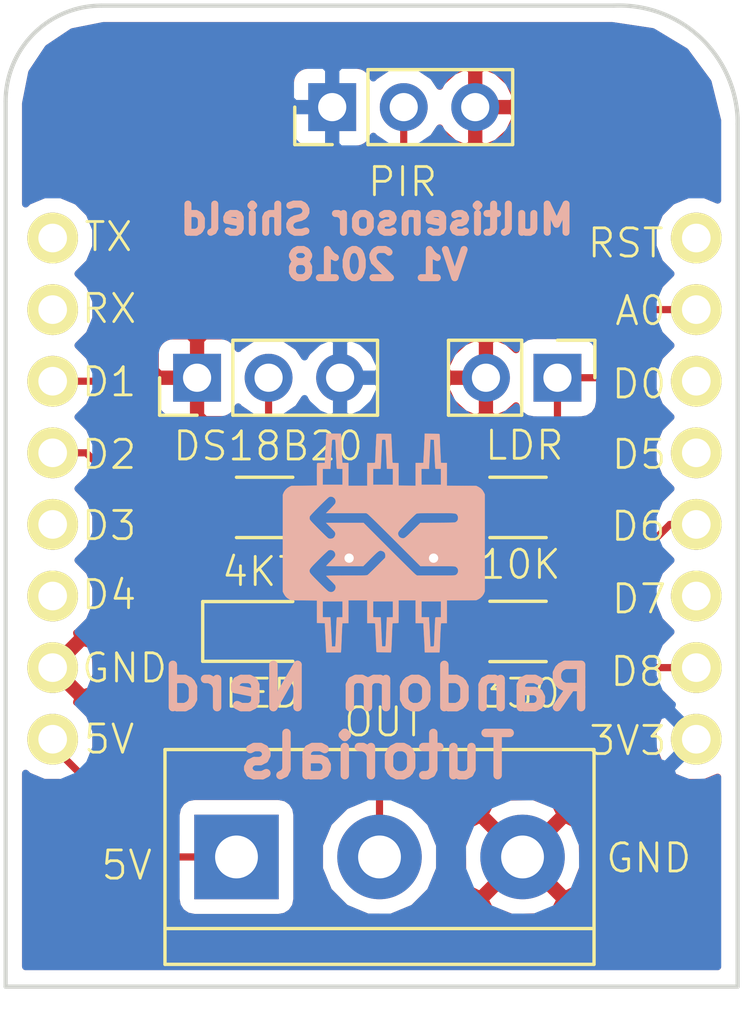
<source format=kicad_pcb>
(kicad_pcb (version 4) (host pcbnew 4.0.7)

  (general
    (links 18)
    (no_connects 0)
    (area 135.2 84.9246 161.600001 124.9426)
    (thickness 1.6)
    (drawings 28)
    (tracks 45)
    (zones 0)
    (modules 10)
    (nets 18)
  )

  (page A4)
  (layers
    (0 F.Cu signal)
    (31 B.Cu signal hide)
    (32 B.Adhes user)
    (33 F.Adhes user)
    (34 B.Paste user)
    (35 F.Paste user)
    (36 B.SilkS user)
    (37 F.SilkS user)
    (38 B.Mask user)
    (39 F.Mask user)
    (40 Dwgs.User user)
    (41 Cmts.User user)
    (42 Eco1.User user)
    (43 Eco2.User user)
    (44 Edge.Cuts user)
    (45 Margin user)
    (46 B.CrtYd user)
    (47 F.CrtYd user)
    (48 B.Fab user)
    (49 F.Fab user)
  )

  (setup
    (last_trace_width 0.254)
    (trace_clearance 0.254)
    (zone_clearance 0.508)
    (zone_45_only no)
    (trace_min 0.2)
    (segment_width 0.2)
    (edge_width 0.15)
    (via_size 0.6858)
    (via_drill 0.3302)
    (via_min_size 0.4)
    (via_min_drill 0.3)
    (uvia_size 0.3)
    (uvia_drill 0.1)
    (uvias_allowed no)
    (uvia_min_size 0.2)
    (uvia_min_drill 0.1)
    (pcb_text_width 0.3)
    (pcb_text_size 1.5 1.5)
    (mod_edge_width 0.15)
    (mod_text_size 1 1)
    (mod_text_width 0.15)
    (pad_size 1.8 1.8)
    (pad_drill 1.016)
    (pad_to_mask_clearance 0.2)
    (aux_axis_origin 0 0)
    (visible_elements 7FFFFFFF)
    (pcbplotparams
      (layerselection 0x010f0_80000001)
      (usegerberextensions false)
      (excludeedgelayer true)
      (linewidth 0.100000)
      (plotframeref false)
      (viasonmask false)
      (mode 1)
      (useauxorigin false)
      (hpglpennumber 1)
      (hpglpenspeed 20)
      (hpglpendiameter 15)
      (hpglpenoverlay 2)
      (psnegative false)
      (psa4output false)
      (plotreference true)
      (plotvalue true)
      (plotinvisibletext false)
      (padsonsilk false)
      (subtractmaskfromsilk true)
      (outputformat 1)
      (mirror false)
      (drillshape 0)
      (scaleselection 1)
      (outputdirectory GERBERS/))
  )

  (net 0 "")
  (net 1 GND)
  (net 2 "Net-(D1-Pad2)")
  (net 3 "Net-(R1-Pad1)")
  (net 4 +3V3)
  (net 5 "Net-(R2-Pad2)")
  (net 6 "Net-(R3-Pad1)")
  (net 7 "Net-(U2-Pad2)")
  (net 8 "Net-(U3-Pad8)")
  (net 9 "Net-(U3-Pad7)")
  (net 10 "Net-(U3-Pad4)")
  (net 11 "Net-(U3-Pad3)")
  (net 12 +5V)
  (net 13 "Net-(U3-Pad15)")
  (net 14 "Net-(U3-Pad14)")
  (net 15 "Net-(U3-Pad12)")
  (net 16 "Net-(U3-Pad11)")
  (net 17 "Net-(U3-Pad9)")

  (net_class Default "This is the default net class."
    (clearance 0.254)
    (trace_width 0.254)
    (via_dia 0.6858)
    (via_drill 0.3302)
    (uvia_dia 0.3)
    (uvia_drill 0.1)
    (add_net +3V3)
    (add_net +5V)
    (add_net GND)
    (add_net "Net-(D1-Pad2)")
    (add_net "Net-(R1-Pad1)")
    (add_net "Net-(R2-Pad2)")
    (add_net "Net-(R3-Pad1)")
    (add_net "Net-(U2-Pad2)")
    (add_net "Net-(U3-Pad11)")
    (add_net "Net-(U3-Pad12)")
    (add_net "Net-(U3-Pad14)")
    (add_net "Net-(U3-Pad15)")
    (add_net "Net-(U3-Pad3)")
    (add_net "Net-(U3-Pad4)")
    (add_net "Net-(U3-Pad7)")
    (add_net "Net-(U3-Pad8)")
    (add_net "Net-(U3-Pad9)")
  )

  (module ESP32_Shield_Project:Logo_RNT (layer B.Cu) (tedit 0) (tstamp 5B6453BC)
    (at 148.844 105.664 180)
    (fp_text reference G*** (at 0 0 180) (layer B.SilkS) hide
      (effects (font (thickness 0.3)) (justify mirror))
    )
    (fp_text value LOGO (at 0.75 0 180) (layer B.SilkS) hide
      (effects (font (thickness 0.3)) (justify mirror))
    )
    (fp_poly (pts (xy -1.442324 3.790013) (xy -1.441444 3.743786) (xy -1.439908 3.704315) (xy -1.438027 3.679216)
      (xy -1.437745 3.677228) (xy -1.436071 3.658339) (xy -1.433803 3.620745) (xy -1.431169 3.568816)
      (xy -1.428394 3.506925) (xy -1.426446 3.45894) (xy -1.423565 3.388505) (xy -1.420536 3.32097)
      (xy -1.417631 3.261939) (xy -1.41512 3.217017) (xy -1.413914 3.199168) (xy -1.411386 3.161823)
      (xy -1.408222 3.108664) (xy -1.404839 3.046942) (xy -1.401817 2.987387) (xy -1.394675 2.840182)
      (xy -1.119909 2.840182) (xy -1.119909 2.031617) (xy -0.513773 2.037773) (xy -0.512457 2.436091)
      (xy -0.511811 2.631498) (xy -0.311728 2.631498) (xy -0.311728 2.066637) (xy 0.392545 2.066637)
      (xy 0.392545 2.632364) (xy 0.128415 2.632364) (xy 0.122451 2.681432) (xy 0.120423 2.705891)
      (xy 0.117746 2.749842) (xy 0.114597 2.809705) (xy 0.111156 2.881894) (xy 0.107601 2.962829)
      (xy 0.104148 3.048) (xy 0.098622 3.188656) (xy 0.093807 3.307691) (xy 0.089633 3.406566)
      (xy 0.086028 3.486738) (xy 0.082922 3.549665) (xy 0.080243 3.596807) (xy 0.077921 3.62962)
      (xy 0.075883 3.649563) (xy 0.074478 3.657023) (xy 0.060103 3.666512) (xy 0.026634 3.671139)
      (xy 0.012127 3.671455) (xy -0.022945 3.670152) (xy -0.041393 3.664492) (xy -0.049614 3.651851)
      (xy -0.051222 3.645478) (xy -0.053312 3.626241) (xy -0.056145 3.585765) (xy -0.059634 3.525884)
      (xy -0.06369 3.448435) (xy -0.068223 3.355253) (xy -0.073144 3.248174) (xy -0.078366 3.129034)
      (xy -0.083799 2.999668) (xy -0.089355 2.861913) (xy -0.090438 2.834409) (xy -0.098137 2.638137)
      (xy -0.204932 2.634817) (xy -0.311728 2.631498) (xy -0.511811 2.631498) (xy -0.51114 2.834409)
      (xy -0.405773 2.837728) (xy -0.35586 2.839696) (xy -0.324419 2.842581) (xy -0.306835 2.847588)
      (xy -0.29849 2.855923) (xy -0.295201 2.866591) (xy -0.293126 2.886203) (xy -0.290636 2.924556)
      (xy -0.287956 2.977308) (xy -0.285311 3.040118) (xy -0.283388 3.094182) (xy -0.280923 3.164922)
      (xy -0.277865 3.245456) (xy -0.274366 3.33237) (xy -0.270582 3.422248) (xy -0.266667 3.511677)
      (xy -0.262774 3.597242) (xy -0.259059 3.675528) (xy -0.255674 3.74312) (xy -0.252775 3.796605)
      (xy -0.250516 3.832567) (xy -0.249496 3.844637) (xy -0.2463 3.8735) (xy 0.008775 3.876605)
      (xy 0.092117 3.877498) (xy 0.155249 3.877752) (xy 0.201047 3.877175) (xy 0.232387 3.875577)
      (xy 0.252145 3.872767) (xy 0.263198 3.868554) (xy 0.268422 3.862747) (xy 0.269718 3.859287)
      (xy 0.272141 3.84115) (xy 0.275009 3.804384) (xy 0.278042 3.753441) (xy 0.280964 3.692773)
      (xy 0.282527 3.654137) (xy 0.285257 3.586604) (xy 0.288174 3.523069) (xy 0.291004 3.468979)
      (xy 0.29347 3.429787) (xy 0.294483 3.417455) (xy 0.296338 3.390152) (xy 0.298598 3.344171)
      (xy 0.301085 3.283915) (xy 0.303618 3.21379) (xy 0.306019 3.1382) (xy 0.306461 3.123046)
      (xy 0.308809 3.049476) (xy 0.31138 2.98293) (xy 0.313992 2.927163) (xy 0.316463 2.885932)
      (xy 0.318613 2.862993) (xy 0.319125 2.860387) (xy 0.324013 2.851742) (xy 0.335498 2.845952)
      (xy 0.357502 2.842466) (xy 0.393946 2.84073) (xy 0.448751 2.840194) (xy 0.462596 2.840182)
      (xy 0.600363 2.840182) (xy 0.600363 2.032) (xy 1.27 2.032) (xy 1.27 2.632364)
      (xy 1.477818 2.632364) (xy 1.477818 2.066637) (xy 2.182091 2.066637) (xy 2.182091 2.632364)
      (xy 1.90796 2.632364) (xy 1.90042 2.796887) (xy 1.895695 2.897945) (xy 1.890718 3.000747)
      (xy 1.885667 3.101918) (xy 1.880719 3.198085) (xy 1.876051 3.285874) (xy 1.871841 3.361911)
      (xy 1.868266 3.422823) (xy 1.865503 3.465236) (xy 1.864753 3.475182) (xy 1.861634 3.526096)
      (xy 1.859599 3.582051) (xy 1.859234 3.605069) (xy 1.858818 3.671455) (xy 1.795318 3.671455)
      (xy 1.758775 3.670567) (xy 1.739625 3.666375) (xy 1.732193 3.65659) (xy 1.730935 3.645478)
      (xy 1.728764 3.616449) (xy 1.726757 3.602182) (xy 1.725283 3.58547) (xy 1.723218 3.549736)
      (xy 1.72076 3.499036) (xy 1.718106 3.437425) (xy 1.715754 3.377046) (xy 1.711406 3.263662)
      (xy 1.706885 3.152758) (xy 1.702311 3.046777) (xy 1.697805 2.948161) (xy 1.693488 2.85935)
      (xy 1.68948 2.782788) (xy 1.685902 2.720916) (xy 1.682873 2.676176) (xy 1.680515 2.65101)
      (xy 1.679731 2.646796) (xy 1.667425 2.638824) (xy 1.63592 2.634101) (xy 1.58345 2.632381)
      (xy 1.576317 2.632364) (xy 1.477818 2.632364) (xy 1.27 2.632364) (xy 1.27 2.839316)
      (xy 1.376795 2.842635) (xy 1.483591 2.845955) (xy 1.490669 2.949864) (xy 1.495707 3.03221)
      (xy 1.501132 3.136855) (xy 1.506908 3.263011) (xy 1.512999 3.409892) (xy 1.51937 3.576707)
      (xy 1.51967 3.584864) (xy 1.5223 3.652749) (xy 1.52491 3.713313) (xy 1.527303 3.762499)
      (xy 1.529284 3.796254) (xy 1.530537 3.81) (xy 1.5336 3.835669) (xy 1.534662 3.853296)
      (xy 1.535545 3.879273) (xy 2.055091 3.879273) (xy 2.055091 3.846657) (xy 2.055685 3.826748)
      (xy 2.057361 3.787145) (xy 2.059959 3.731211) (xy 2.063317 3.66231) (xy 2.067275 3.583805)
      (xy 2.071674 3.499059) (xy 2.071761 3.497407) (xy 2.076691 3.40275) (xy 2.081672 3.30531)
      (xy 2.08643 3.210569) (xy 2.090691 3.12401) (xy 2.094182 3.051113) (xy 2.096052 3.010478)
      (xy 2.103673 2.840182) (xy 2.239783 2.840182) (xy 2.303615 2.839377) (xy 2.346799 2.836797)
      (xy 2.371728 2.832198) (xy 2.380674 2.82575) (xy 2.381795 2.811117) (xy 2.382783 2.776198)
      (xy 2.38361 2.723798) (xy 2.384246 2.656722) (xy 2.384662 2.577776) (xy 2.384831 2.489765)
      (xy 2.384787 2.424546) (xy 2.384118 2.037773) (xy 2.840173 2.032) (xy 3.296227 2.026228)
      (xy 3.3655 1.993815) (xy 3.438446 1.948535) (xy 3.502822 1.887219) (xy 3.552775 1.815986)
      (xy 3.569869 1.780174) (xy 3.596409 1.7145) (xy 3.596409 -1.726045) (xy 3.558976 -1.802552)
      (xy 3.508298 -1.883154) (xy 3.442501 -1.94712) (xy 3.361113 -1.995803) (xy 3.296227 -2.026227)
      (xy 2.840182 -2.032) (xy 2.384136 -2.037772) (xy 2.384136 -2.834409) (xy 2.242704 -2.83765)
      (xy 2.101272 -2.840892) (xy 2.101056 -2.883832) (xy 2.100876 -2.898692) (xy 2.100407 -2.917072)
      (xy 2.099546 -2.941086) (xy 2.09819 -2.972845) (xy 2.096237 -3.014462) (xy 2.093583 -3.068048)
      (xy 2.090125 -3.135715) (xy 2.085762 -3.219577) (xy 2.080389 -3.321744) (xy 2.073904 -3.444329)
      (xy 2.072099 -3.478382) (xy 2.067621 -3.564229) (xy 2.063585 -3.644338) (xy 2.060152 -3.715272)
      (xy 2.057484 -3.773599) (xy 2.055743 -3.815883) (xy 2.055092 -3.838691) (xy 2.055091 -3.839177)
      (xy 2.055091 -3.879272) (xy 1.537383 -3.879272) (xy 1.530792 -3.807113) (xy 1.528657 -3.776871)
      (xy 1.525897 -3.727255) (xy 1.522685 -3.661971) (xy 1.519194 -3.584723) (xy 1.515597 -3.499214)
      (xy 1.512067 -3.409149) (xy 1.511513 -3.394363) (xy 1.507935 -3.30182) (xy 1.504196 -3.211348)
      (xy 1.500486 -3.127071) (xy 1.496992 -3.053111) (xy 1.493903 -2.993591) (xy 1.491406 -2.952635)
      (xy 1.491207 -2.949863) (xy 1.483591 -2.845954) (xy 1.376795 -2.842635) (xy 1.27 -2.839315)
      (xy 1.27 -2.066636) (xy 1.477818 -2.066636) (xy 1.477818 -2.632363) (xy 1.576317 -2.632363)
      (xy 1.630967 -2.633744) (xy 1.664526 -2.63806) (xy 1.678836 -2.645569) (xy 1.67938 -2.646795)
      (xy 1.682093 -2.663842) (xy 1.68517 -2.699386) (xy 1.688648 -2.754164) (xy 1.692567 -2.828912)
      (xy 1.696963 -2.924367) (xy 1.701874 -3.041263) (xy 1.707339 -3.180338) (xy 1.708674 -3.215409)
      (xy 1.712106 -3.302308) (xy 1.715659 -3.385471) (xy 1.719142 -3.460936) (xy 1.722365 -3.524741)
      (xy 1.72514 -3.572924) (xy 1.727063 -3.599295) (xy 1.733656 -3.671454) (xy 1.858818 -3.671454)
      (xy 1.858842 -3.628159) (xy 1.859454 -3.605211) (xy 1.861166 -3.56275) (xy 1.863813 -3.504318)
      (xy 1.867229 -3.43346) (xy 1.871247 -3.353717) (xy 1.875462 -3.273136) (xy 1.88041 -3.179445)
      (xy 1.885421 -3.083241) (xy 1.890214 -2.989991) (xy 1.89451 -2.905165) (xy 1.898029 -2.834228)
      (xy 1.899827 -2.796886) (xy 1.907596 -2.632363) (xy 2.182091 -2.632363) (xy 2.182091 -2.066636)
      (xy 1.477818 -2.066636) (xy 1.27 -2.066636) (xy 1.27 -2.032) (xy 0.600363 -2.032)
      (xy 0.600363 -2.840181) (xy 0.462038 -2.840181) (xy 0.403627 -2.84037) (xy 0.364311 -2.84142)
      (xy 0.340094 -2.844052) (xy 0.326979 -2.848993) (xy 0.320972 -2.856964) (xy 0.318568 -2.866159)
      (xy 0.316993 -2.883086) (xy 0.31466 -2.920482) (xy 0.311694 -2.975738) (xy 0.308223 -3.04625)
      (xy 0.304374 -3.129411) (xy 0.300273 -3.222614) (xy 0.296047 -3.323254) (xy 0.294526 -3.360635)
      (xy 0.290336 -3.463122) (xy 0.286309 -3.558953) (xy 0.282562 -3.645547) (xy 0.279212 -3.720326)
      (xy 0.276374 -3.780712) (xy 0.274166 -3.824124) (xy 0.272704 -3.847984) (xy 0.272379 -3.851317)
      (xy 0.270163 -3.858555) (xy 0.264008 -3.864082) (xy 0.251053 -3.868177) (xy 0.228438 -3.871119)
      (xy 0.193304 -3.873189) (xy 0.14279 -3.874666) (xy 0.074036 -3.875831) (xy 0.013902 -3.876605)
      (xy -0.241326 -3.879711) (xy -0.247107 -3.841969) (xy -0.250123 -3.817398) (xy -0.253174 -3.782041)
      (xy -0.256348 -3.734153) (xy -0.259734 -3.671989) (xy -0.263418 -3.593806) (xy -0.267488 -3.497859)
      (xy -0.272031 -3.382403) (xy -0.277136 -3.245695) (xy -0.277399 -3.2385) (xy -0.280766 -3.150211)
      (xy -0.284151 -3.068485) (xy -0.287404 -2.996432) (xy -0.290374 -2.93716) (xy -0.292913 -2.893777)
      (xy -0.294871 -2.869392) (xy -0.295339 -2.866159) (xy -0.299299 -2.853755) (xy -0.308151 -2.84609)
      (xy -0.326597 -2.842029) (xy -0.359341 -2.840438) (xy -0.403076 -2.840181) (xy -0.458597 -2.838905)
      (xy -0.493163 -2.834894) (xy -0.50878 -2.827878) (xy -0.509922 -2.82575) (xy -0.510957 -2.811127)
      (xy -0.511889 -2.776208) (xy -0.512688 -2.723785) (xy -0.513327 -2.656652) (xy -0.513776 -2.577603)
      (xy -0.514008 -2.489432) (xy -0.514025 -2.421659) (xy -0.513762 -2.066636) (xy -0.311728 -2.066636)
      (xy -0.311728 -2.631497) (xy -0.204932 -2.634816) (xy -0.098137 -2.638136) (xy -0.095687 -2.695863)
      (xy -0.094548 -2.723182) (xy -0.09263 -2.769719) (xy -0.090091 -2.831619) (xy -0.087089 -2.905028)
      (xy -0.083783 -2.986091) (xy -0.081027 -3.053772) (xy -0.075562 -3.187061) (xy -0.07086 -3.299112)
      (xy -0.066827 -3.391763) (xy -0.06337 -3.46685) (xy -0.060397 -3.526212) (xy -0.057813 -3.571685)
      (xy -0.055524 -3.605108) (xy -0.053439 -3.628317) (xy -0.051462 -3.643149) (xy -0.050913 -3.646067)
      (xy -0.045491 -3.661535) (xy -0.033371 -3.668846) (xy -0.008253 -3.670216) (xy 0.0148 -3.669158)
      (xy 0.075045 -3.665681) (xy 0.082396 -3.532909) (xy 0.084835 -3.485486) (xy 0.087957 -3.419588)
      (xy 0.091559 -3.339813) (xy 0.095436 -3.250759) (xy 0.099385 -3.157024) (xy 0.103118 -3.065318)
      (xy 0.106665 -2.977247) (xy 0.110049 -2.894601) (xy 0.113127 -2.820798) (xy 0.115755 -2.759257)
      (xy 0.117787 -2.713396) (xy 0.119079 -2.686633) (xy 0.11921 -2.684318) (xy 0.121932 -2.638136)
      (xy 0.257238 -2.634883) (xy 0.392545 -2.63163) (xy 0.392545 -2.066636) (xy -0.311728 -2.066636)
      (xy -0.513762 -2.066636) (xy -0.513736 -2.032) (xy -1.119909 -2.032) (xy -1.119909 -2.840181)
      (xy -1.258455 -2.840181) (xy -1.317274 -2.840492) (xy -1.356767 -2.841791) (xy -1.380694 -2.844624)
      (xy -1.392815 -2.849541) (xy -1.39689 -2.857089) (xy -1.397111 -2.860386) (xy -1.397771 -2.88205)
      (xy -1.399489 -2.922488) (xy -1.402044 -2.977416) (xy -1.405219 -3.042552) (xy -1.408794 -3.113614)
      (xy -1.41255 -3.18632) (xy -1.41627 -3.256387) (xy -1.419733 -3.319532) (xy -1.422721 -3.371473)
      (xy -1.425016 -3.407928) (xy -1.425279 -3.411681) (xy -1.427747 -3.451621) (xy -1.430744 -3.508444)
      (xy -1.43397 -3.575959) (xy -1.437121 -3.647973) (xy -1.43866 -3.685886) (xy -1.446269 -3.879272)
      (xy -1.962288 -3.879272) (xy -1.967548 -3.853295) (xy -1.969632 -3.833534) (xy -1.972113 -3.795043)
      (xy -1.974766 -3.742175) (xy -1.977369 -3.679284) (xy -1.979245 -3.625272) (xy -1.982113 -3.541377)
      (xy -1.985542 -3.451053) (xy -1.989382 -3.357429) (xy -1.99348 -3.26363) (xy -1.997687 -3.172783)
      (xy -2.001851 -3.088016) (xy -2.005822 -3.012453) (xy -2.009447 -2.949224) (xy -2.012577 -2.901453)
      (xy -2.01506 -2.872268) (xy -2.015902 -2.866159) (xy -2.019679 -2.853817) (xy -2.028328 -2.846163)
      (xy -2.046509 -2.842081) (xy -2.078881 -2.840459) (xy -2.124584 -2.840181) (xy -2.228273 -2.840181)
      (xy -2.228273 -2.066636) (xy -2.020455 -2.066636) (xy -2.020455 -2.632363) (xy -1.922538 -2.632363)
      (xy -1.874838 -2.632765) (xy -1.845409 -2.634777) (xy -1.829433 -2.639615) (xy -1.822095 -2.648491)
      (xy -1.819399 -2.658341) (xy -1.81724 -2.678148) (xy -1.814384 -2.718013) (xy -1.810976 -2.77492)
      (xy -1.80716 -2.845851) (xy -1.803081 -2.927788) (xy -1.798883 -3.017716) (xy -1.794709 -3.112616)
      (xy -1.790705 -3.209471) (xy -1.787014 -3.305265) (xy -1.783781 -3.39698) (xy -1.783109 -3.417454)
      (xy -1.780488 -3.500315) (xy -1.778104 -3.562935) (xy -1.775065 -3.608135) (xy -1.770477 -3.638738)
      (xy -1.763449 -3.657565) (xy -1.753086 -3.667438) (xy -1.738497 -3.67118) (xy -1.718787 -3.671612)
      (xy -1.702735 -3.671454) (xy -1.639455 -3.671454) (xy -1.638597 -3.58775) (xy -1.63767 -3.542867)
      (xy -1.636053 -3.504718) (xy -1.634091 -3.481356) (xy -1.634028 -3.480954) (xy -1.632354 -3.461974)
      (xy -1.630114 -3.424358) (xy -1.627535 -3.372547) (xy -1.624843 -3.310981) (xy -1.623122 -3.267363)
      (xy -1.619647 -3.182992) (xy -1.615246 -3.08741) (xy -1.610443 -2.991395) (xy -1.605758 -2.905726)
      (xy -1.604962 -2.892136) (xy -1.60116 -2.826144) (xy -1.597882 -2.765581) (xy -1.595381 -2.715416)
      (xy -1.593912 -2.680618) (xy -1.593635 -2.669886) (xy -1.593273 -2.632363) (xy -1.327728 -2.632363)
      (xy -1.327728 -2.066636) (xy -2.020455 -2.066636) (xy -2.228273 -2.066636) (xy -2.228273 -2.032889)
      (xy -3.273137 -2.026227) (xy -3.342409 -1.993814) (xy -3.415356 -1.948534) (xy -3.479731 -1.887218)
      (xy -3.529685 -1.815985) (xy -3.546778 -1.780173) (xy -3.573318 -1.7145) (xy -3.573318 -0.956816)
      (xy -2.629447 -0.956816) (xy -2.629383 -1.013079) (xy -2.610574 -1.066733) (xy -2.574447 -1.112395)
      (xy -2.548765 -1.131517) (xy -2.540138 -1.136353) (xy -2.530155 -1.140458) (xy -2.516966 -1.143892)
      (xy -2.498722 -1.146714) (xy -2.473573 -1.148984) (xy -2.439669 -1.150764) (xy -2.39516 -1.152112)
      (xy -2.338198 -1.153088) (xy -2.266932 -1.153754) (xy -2.179513 -1.154168) (xy -2.07409 -1.154391)
      (xy -1.948816 -1.154483) (xy -1.840593 -1.154502) (xy -1.17005 -1.154545) (xy -1.119002 -1.120341)
      (xy -1.104106 -1.107693) (xy -1.074037 -1.079776) (xy -1.029911 -1.037688) (xy -0.972847 -0.982527)
      (xy -0.903961 -0.915391) (xy -0.824369 -0.837376) (xy -0.735188 -0.749581) (xy -0.637536 -0.653103)
      (xy -0.532529 -0.54904) (xy -0.439133 -0.456226) (xy -0.044033 -0.456226) (xy -0.043442 -0.463178)
      (xy -0.03779 -0.521999) (xy 0.261082 -0.821718) (xy 0.330488 -0.890928) (xy 0.395893 -0.955399)
      (xy 0.455251 -1.013172) (xy 0.506518 -1.062287) (xy 0.54765 -1.100785) (xy 0.576601 -1.126706)
      (xy 0.591131 -1.137991) (xy 0.600736 -1.141458) (xy 0.616608 -1.144422) (xy 0.640404 -1.14692)
      (xy 0.673781 -1.14899) (xy 0.718398 -1.150667) (xy 0.775913 -1.151988) (xy 0.847982 -1.15299)
      (xy 0.936265 -1.15371) (xy 1.042418 -1.154184) (xy 1.1681 -1.15445) (xy 1.314969 -1.154544)
      (xy 1.338699 -1.154545) (xy 1.464957 -1.154693) (xy 1.584122 -1.155119) (xy 1.69423 -1.155797)
      (xy 1.793321 -1.156702) (xy 1.879431 -1.157807) (xy 1.950599 -1.159087) (xy 2.004862 -1.160516)
      (xy 2.040257 -1.162069) (xy 2.054823 -1.163719) (xy 2.055091 -1.163977) (xy 2.047213 -1.174639)
      (xy 2.025287 -1.198681) (xy 1.991873 -1.233441) (xy 1.949531 -1.276258) (xy 1.900823 -1.324471)
      (xy 1.898517 -1.32673) (xy 1.848521 -1.376606) (xy 1.803951 -1.422807) (xy 1.767634 -1.46226)
      (xy 1.742399 -1.491894) (xy 1.731108 -1.508549) (xy 1.720027 -1.568038) (xy 1.729588 -1.626807)
      (xy 1.757866 -1.679249) (xy 1.802936 -1.71976) (xy 1.803871 -1.720335) (xy 1.858652 -1.741008)
      (xy 1.917033 -1.739607) (xy 1.976351 -1.71628) (xy 1.986444 -1.710076) (xy 2.006417 -1.694217)
      (xy 2.040316 -1.663971) (xy 2.08592 -1.621457) (xy 2.141009 -1.568795) (xy 2.203363 -1.508106)
      (xy 2.270762 -1.44151) (xy 2.334029 -1.378144) (xy 2.413923 -1.297338) (xy 2.47888 -1.230941)
      (xy 2.53046 -1.177206) (xy 2.570226 -1.134387) (xy 2.599738 -1.100737) (xy 2.620558 -1.07451)
      (xy 2.634248 -1.05396) (xy 2.642369 -1.037341) (xy 2.644584 -1.030811) (xy 2.650665 -1.007044)
      (xy 2.653229 -0.98495) (xy 2.650962 -0.962726) (xy 2.64255 -0.938571) (xy 2.626677 -0.910683)
      (xy 2.602031 -0.877259) (xy 2.567295 -0.836498) (xy 2.521157 -0.786598) (xy 2.462302 -0.725755)
      (xy 2.389415 -0.652169) (xy 2.312039 -0.574858) (xy 2.241395 -0.504961) (xy 2.174713 -0.439978)
      (xy 2.11401 -0.381802) (xy 2.061302 -0.332323) (xy 2.018608 -0.293434) (xy 1.987943 -0.267026)
      (xy 1.971325 -0.25499) (xy 1.970634 -0.254694) (xy 1.911289 -0.242912) (xy 1.854297 -0.250357)
      (xy 1.803781 -0.274391) (xy 1.763861 -0.312377) (xy 1.738658 -0.361676) (xy 1.731861 -0.40755)
      (xy 1.733357 -0.433584) (xy 1.739274 -0.457909) (xy 1.75167 -0.483418) (xy 1.772606 -0.513008)
      (xy 1.804141 -0.549572) (xy 1.848333 -0.596007) (xy 1.907243 -0.655206) (xy 1.909972 -0.657917)
      (xy 1.956828 -0.704934) (xy 1.997387 -0.74654) (xy 2.029016 -0.779959) (xy 2.049084 -0.802418)
      (xy 2.055091 -0.810895) (xy 2.043887 -0.81252) (xy 2.011645 -0.814049) (xy 1.960415 -0.815453)
      (xy 1.892249 -0.816706) (xy 1.809199 -0.817778) (xy 1.713317 -0.818643) (xy 1.606654 -0.819273)
      (xy 1.491262 -0.81964) (xy 1.39979 -0.819727) (xy 0.744489 -0.819727) (xy 0.484813 -0.559825)
      (xy 0.404956 -0.480266) (xy 0.339148 -0.415894) (xy 0.285388 -0.365292) (xy 0.241678 -0.327046)
      (xy 0.206016 -0.29974) (xy 0.176402 -0.281958) (xy 0.150837 -0.272286) (xy 0.127319 -0.269308)
      (xy 0.10385 -0.271608) (xy 0.08405 -0.27622) (xy 0.02367 -0.301428) (xy -0.017642 -0.339595)
      (xy -0.040129 -0.391075) (xy -0.044033 -0.456226) (xy -0.439133 -0.456226) (xy -0.421284 -0.438489)
      (xy -0.304917 -0.322548) (xy -0.184547 -0.202314) (xy -0.167409 -0.185172) (xy 0.733136 0.715794)
      (xy 1.396839 0.715806) (xy 2.060543 0.715819) (xy 1.908972 0.562841) (xy 1.860055 0.512827)
      (xy 1.816291 0.466869) (xy 1.780529 0.428058) (xy 1.755619 0.399482) (xy 1.74461 0.384646)
      (xy 1.731147 0.334007) (xy 1.737084 0.279077) (xy 1.761 0.225557) (xy 1.794132 0.185685)
      (xy 1.831236 0.164137) (xy 1.880274 0.152515) (xy 1.931874 0.151841) (xy 1.976666 0.163137)
      (xy 1.981043 0.165295) (xy 1.996568 0.177311) (xy 2.026276 0.203882) (xy 2.068169 0.24309)
      (xy 2.12025 0.293017) (xy 2.180519 0.351746) (xy 2.24698 0.417358) (xy 2.317634 0.487936)
      (xy 2.32814 0.4985) (xy 2.408512 0.579528) (xy 2.474045 0.646039) (xy 2.526288 0.699781)
      (xy 2.566787 0.742506) (xy 2.597091 0.775964) (xy 2.618749 0.801903) (xy 2.633307 0.822075)
      (xy 2.642315 0.83823) (xy 2.647321 0.852118) (xy 2.649293 0.861558) (xy 2.64859 0.921893)
      (xy 2.640176 0.949399) (xy 2.628214 0.966529) (xy 2.60177 0.997382) (xy 2.563066 1.039736)
      (xy 2.514324 1.09137) (xy 2.457765 1.150064) (xy 2.395611 1.213596) (xy 2.330083 1.279745)
      (xy 2.263402 1.346289) (xy 2.19779 1.411008) (xy 2.135469 1.471681) (xy 2.078659 1.526086)
      (xy 2.029583 1.572002) (xy 1.990462 1.607208) (xy 1.963517 1.629483) (xy 1.953425 1.636048)
      (xy 1.899826 1.64946) (xy 1.844479 1.641321) (xy 1.811723 1.627444) (xy 1.762983 1.590765)
      (xy 1.731927 1.541678) (xy 1.720051 1.484236) (xy 1.728849 1.422494) (xy 1.732388 1.412184)
      (xy 1.744155 1.393999) (xy 1.769656 1.362833) (xy 1.806095 1.321827) (xy 1.850676 1.274125)
      (xy 1.900604 1.222867) (xy 1.902529 1.220932) (xy 2.060554 1.062182) (xy 0.638632 1.062182)
      (xy 0.590793 1.036205) (xy 0.575336 1.024073) (xy 0.54441 0.996289) (xy 0.498791 0.953609)
      (xy 0.439256 0.896791) (xy 0.36658 0.826593) (xy 0.28154 0.743771) (xy 0.184913 0.649083)
      (xy 0.077473 0.543286) (xy -0.040001 0.427137) (xy -0.166735 0.301394) (xy -0.301952 0.166813)
      (xy -0.373697 0.09525) (xy -1.290349 -0.819727) (xy -1.900743 -0.81977) (xy -2.035195 -0.819808)
      (xy -2.148505 -0.819946) (xy -2.242623 -0.820254) (xy -2.319498 -0.820802) (xy -2.381079 -0.821657)
      (xy -2.429316 -0.82289) (xy -2.466157 -0.824569) (xy -2.493552 -0.826764) (xy -2.51345 -0.829544)
      (xy -2.5278 -0.832978) (xy -2.538552 -0.837134) (xy -2.547655 -0.842083) (xy -2.548765 -0.842755)
      (xy -2.581406 -0.869341) (xy -2.608545 -0.902052) (xy -2.609335 -0.903326) (xy -2.629447 -0.956816)
      (xy -3.573318 -0.956816) (xy -3.573318 0.889) (xy -2.626591 0.889) (xy -2.619507 0.830195)
      (xy -2.596268 0.784963) (xy -2.553896 0.747914) (xy -2.545773 0.74277) (xy -2.536901 0.73809)
      (xy -2.525564 0.73413) (xy -2.509831 0.730817) (xy -2.487771 0.728078) (xy -2.457453 0.725839)
      (xy -2.416948 0.724029) (xy -2.364324 0.722573) (xy -2.297651 0.721399) (xy -2.214998 0.720433)
      (xy -2.114434 0.719604) (xy -1.99403 0.718837) (xy -1.89936 0.718311) (xy -1.287584 0.71503)
      (xy -1.021906 0.450935) (xy -0.943423 0.373232) (xy -0.879074 0.310548) (xy -0.826847 0.261398)
      (xy -0.784727 0.224296) (xy -0.750701 0.197756) (xy -0.722756 0.180293) (xy -0.698878 0.17042)
      (xy -0.677052 0.166653) (xy -0.655266 0.167505) (xy -0.640773 0.169724) (xy -0.603329 0.18015)
      (xy -0.574495 0.192131) (xy -0.533655 0.225413) (xy -0.505247 0.275087) (xy -0.497013 0.303358)
      (xy -0.49307 0.325443) (xy -0.492208 0.345937) (xy -0.495819 0.366705) (xy -0.505294 0.389614)
      (xy -0.522025 0.41653) (xy -0.547403 0.449318) (xy -0.582821 0.489844) (xy -0.629669 0.539975)
      (xy -0.689341 0.601575) (xy -0.763227 0.676512) (xy -0.811967 0.725639) (xy -0.881908 0.795494)
      (xy -0.948133 0.860572) (xy -1.008577 0.91892) (xy -1.061171 0.968587) (xy -1.103849 1.00762)
      (xy -1.134543 1.034069) (xy -1.151187 1.04598) (xy -1.151289 1.046025) (xy -1.163106 1.049588)
      (xy -1.182018 1.05261) (xy -1.209744 1.055133) (xy -1.247999 1.057196) (xy -1.298503 1.058839)
      (xy -1.362973 1.060104) (xy -1.443127 1.06103) (xy -1.540683 1.061656) (xy -1.657357 1.062024)
      (xy -1.794869 1.062174) (xy -1.842271 1.062182) (xy -1.987325 1.06218) (xy -2.111115 1.062053)
      (xy -2.215464 1.061627) (xy -2.302199 1.060722) (xy -2.373145 1.059163) (xy -2.430128 1.056773)
      (xy -2.474973 1.053373) (xy -2.509506 1.048788) (xy -2.535553 1.042839) (xy -2.554938 1.035351)
      (xy -2.569487 1.026145) (xy -2.581027 1.015045) (xy -2.591381 1.001874) (xy -2.600841 0.9886)
      (xy -2.618546 0.954432) (xy -2.625952 0.911913) (xy -2.626591 0.889) (xy -3.573318 0.889)
      (xy -3.573318 1.726046) (xy -3.542982 1.789546) (xy -3.493799 1.871881) (xy -3.432475 1.936191)
      (xy -3.355885 1.985707) (xy -3.350853 1.98822) (xy -3.273675 2.026228) (xy -2.228273 2.03289)
      (xy -2.228273 2.632364) (xy -2.020455 2.632364) (xy -2.020455 2.066637) (xy -1.328514 2.066637)
      (xy -1.325234 2.349509) (xy -1.321955 2.632382) (xy -1.593273 2.632364) (xy -1.593286 2.664114)
      (xy -1.593914 2.684005) (xy -1.595674 2.723484) (xy -1.598394 2.779086) (xy -1.601899 2.847345)
      (xy -1.606015 2.924797) (xy -1.609909 2.996046) (xy -1.61503 3.090475) (xy -1.620222 3.189579)
      (xy -1.625177 3.287197) (xy -1.629582 3.37717) (xy -1.63313 3.453336) (xy -1.634487 3.484373)
      (xy -1.642457 3.672518) (xy -1.707342 3.6691) (xy -1.772228 3.665682) (xy -1.779675 3.469409)
      (xy -1.782813 3.389151) (xy -1.786354 3.302551) (xy -1.78993 3.218348) (xy -1.793175 3.145283)
      (xy -1.794208 3.123046) (xy -1.797678 3.049489) (xy -1.801516 2.968116) (xy -1.805193 2.890128)
      (xy -1.807546 2.840182) (xy -1.810576 2.783102) (xy -1.813955 2.73097) (xy -1.817232 2.690224)
      (xy -1.819515 2.669887) (xy -1.825228 2.632364) (xy -2.020455 2.632364) (xy -2.228273 2.632364)
      (xy -2.228273 2.839316) (xy -2.121511 2.842635) (xy -2.014749 2.845955) (xy -2.012218 2.903682)
      (xy -2.01081 2.933516) (xy -2.008425 2.981617) (xy -2.005305 3.043191) (xy -2.001693 3.113447)
      (xy -1.997886 3.186546) (xy -1.993369 3.276974) (xy -1.98864 3.378918) (xy -1.984128 3.482673)
      (xy -1.98026 3.578531) (xy -1.978531 3.625273) (xy -1.976007 3.694094) (xy -1.973582 3.755609)
      (xy -1.971427 3.805828) (xy -1.969712 3.840763) (xy -1.968644 3.856182) (xy -1.964949 3.86189)
      (xy -1.953817 3.86633) (xy -1.932589 3.86971) (xy -1.898604 3.872234) (xy -1.849203 3.874109)
      (xy -1.781726 3.875541) (xy -1.704747 3.876604) (xy -1.443182 3.879707) (xy -1.442324 3.790013)) (layer B.SilkS) (width 0.01))
  )

  (module Diodes_SMD:D_1206 (layer F.Cu) (tedit 5B6471BA) (tstamp 5B62EEAF)
    (at 144.6 108.8)
    (descr "Diode SMD 1206, reflow soldering http://datasheets.avx.com/schottky.pdf")
    (tags "Diode 1206")
    (path /5B23F75E)
    (attr smd)
    (fp_text reference LED (at -0.074 2.198) (layer F.SilkS)
      (effects (font (size 1 1) (thickness 0.1)))
    )
    (fp_text value LED (at 0 1.9) (layer F.Fab)
      (effects (font (size 1 1) (thickness 0.15)))
    )
    (fp_text user %R (at 0 -1.8) (layer F.Fab)
      (effects (font (size 1 1) (thickness 0.15)))
    )
    (fp_line (start -0.254 -0.254) (end -0.254 0.254) (layer F.Fab) (width 0.1))
    (fp_line (start 0.127 0) (end 0.381 0) (layer F.Fab) (width 0.1))
    (fp_line (start -0.254 0) (end -0.508 0) (layer F.Fab) (width 0.1))
    (fp_line (start 0.127 0.254) (end -0.254 0) (layer F.Fab) (width 0.1))
    (fp_line (start 0.127 -0.254) (end 0.127 0.254) (layer F.Fab) (width 0.1))
    (fp_line (start -0.254 0) (end 0.127 -0.254) (layer F.Fab) (width 0.1))
    (fp_line (start -2.2 -1.06) (end -2.2 1.06) (layer F.SilkS) (width 0.12))
    (fp_line (start -1.7 0.95) (end -1.7 -0.95) (layer F.Fab) (width 0.1))
    (fp_line (start 1.7 0.95) (end -1.7 0.95) (layer F.Fab) (width 0.1))
    (fp_line (start 1.7 -0.95) (end 1.7 0.95) (layer F.Fab) (width 0.1))
    (fp_line (start -1.7 -0.95) (end 1.7 -0.95) (layer F.Fab) (width 0.1))
    (fp_line (start -2.3 -1.16) (end 2.3 -1.16) (layer F.CrtYd) (width 0.05))
    (fp_line (start -2.3 1.16) (end 2.3 1.16) (layer F.CrtYd) (width 0.05))
    (fp_line (start -2.3 -1.16) (end -2.3 1.16) (layer F.CrtYd) (width 0.05))
    (fp_line (start 2.3 -1.16) (end 2.3 1.16) (layer F.CrtYd) (width 0.05))
    (fp_line (start 1 -1.06) (end -2.2 -1.06) (layer F.SilkS) (width 0.12))
    (fp_line (start -2.2 1.06) (end 1 1.06) (layer F.SilkS) (width 0.12))
    (pad 1 smd rect (at -1.5 0) (size 1 1.6) (layers F.Cu F.Paste F.Mask)
      (net 1 GND))
    (pad 2 smd rect (at 1.5 0) (size 1 1.6) (layers F.Cu F.Paste F.Mask)
      (net 2 "Net-(D1-Pad2)"))
    (model ${KISYS3DMOD}/Diodes_SMD.3dshapes/D_1206.wrl
      (at (xyz 0 0 0))
      (scale (xyz 1 1 1))
      (rotate (xyz 0 0 0))
    )
  )

  (module Resistors_SMD:R_1206_HandSoldering (layer F.Cu) (tedit 5B6471C6) (tstamp 5B62EEB5)
    (at 144.6 104.4)
    (descr "Resistor SMD 1206, hand soldering")
    (tags "resistor 1206")
    (path /5B61BD72)
    (attr smd)
    (fp_text reference 4K7 (at -0.074 2.28) (layer F.SilkS)
      (effects (font (size 1 1) (thickness 0.1)))
    )
    (fp_text value 4K7 (at 0 1.9) (layer F.Fab)
      (effects (font (size 1 1) (thickness 0.15)))
    )
    (fp_text user %R (at 0 0) (layer F.Fab)
      (effects (font (size 0.7 0.7) (thickness 0.105)))
    )
    (fp_line (start -1.6 0.8) (end -1.6 -0.8) (layer F.Fab) (width 0.1))
    (fp_line (start 1.6 0.8) (end -1.6 0.8) (layer F.Fab) (width 0.1))
    (fp_line (start 1.6 -0.8) (end 1.6 0.8) (layer F.Fab) (width 0.1))
    (fp_line (start -1.6 -0.8) (end 1.6 -0.8) (layer F.Fab) (width 0.1))
    (fp_line (start 1 1.07) (end -1 1.07) (layer F.SilkS) (width 0.12))
    (fp_line (start -1 -1.07) (end 1 -1.07) (layer F.SilkS) (width 0.12))
    (fp_line (start -3.25 -1.11) (end 3.25 -1.11) (layer F.CrtYd) (width 0.05))
    (fp_line (start -3.25 -1.11) (end -3.25 1.1) (layer F.CrtYd) (width 0.05))
    (fp_line (start 3.25 1.1) (end 3.25 -1.11) (layer F.CrtYd) (width 0.05))
    (fp_line (start 3.25 1.1) (end -3.25 1.1) (layer F.CrtYd) (width 0.05))
    (pad 1 smd rect (at -2 0) (size 2 1.7) (layers F.Cu F.Paste F.Mask)
      (net 3 "Net-(R1-Pad1)"))
    (pad 2 smd rect (at 2 0) (size 2 1.7) (layers F.Cu F.Paste F.Mask)
      (net 4 +3V3))
    (model ${KISYS3DMOD}/Resistors_SMD.3dshapes/R_1206.wrl
      (at (xyz 0 0 0))
      (scale (xyz 1 1 1))
      (rotate (xyz 0 0 0))
    )
  )

  (module Resistors_SMD:R_1206_HandSoldering (layer F.Cu) (tedit 5B6471C0) (tstamp 5B62EEBB)
    (at 153.6 108.8)
    (descr "Resistor SMD 1206, hand soldering")
    (tags "resistor 1206")
    (path /5B23F8B1)
    (attr smd)
    (fp_text reference 330 (at 0.07 2.198) (layer F.SilkS)
      (effects (font (size 1 1) (thickness 0.1)))
    )
    (fp_text value 330 (at 0 1.9) (layer F.Fab)
      (effects (font (size 1 1) (thickness 0.15)))
    )
    (fp_text user %R (at 0 0) (layer F.Fab)
      (effects (font (size 0.7 0.7) (thickness 0.105)))
    )
    (fp_line (start -1.6 0.8) (end -1.6 -0.8) (layer F.Fab) (width 0.1))
    (fp_line (start 1.6 0.8) (end -1.6 0.8) (layer F.Fab) (width 0.1))
    (fp_line (start 1.6 -0.8) (end 1.6 0.8) (layer F.Fab) (width 0.1))
    (fp_line (start -1.6 -0.8) (end 1.6 -0.8) (layer F.Fab) (width 0.1))
    (fp_line (start 1 1.07) (end -1 1.07) (layer F.SilkS) (width 0.12))
    (fp_line (start -1 -1.07) (end 1 -1.07) (layer F.SilkS) (width 0.12))
    (fp_line (start -3.25 -1.11) (end 3.25 -1.11) (layer F.CrtYd) (width 0.05))
    (fp_line (start -3.25 -1.11) (end -3.25 1.1) (layer F.CrtYd) (width 0.05))
    (fp_line (start 3.25 1.1) (end 3.25 -1.11) (layer F.CrtYd) (width 0.05))
    (fp_line (start 3.25 1.1) (end -3.25 1.1) (layer F.CrtYd) (width 0.05))
    (pad 1 smd rect (at -2 0) (size 2 1.7) (layers F.Cu F.Paste F.Mask)
      (net 2 "Net-(D1-Pad2)"))
    (pad 2 smd rect (at 2 0) (size 2 1.7) (layers F.Cu F.Paste F.Mask)
      (net 5 "Net-(R2-Pad2)"))
    (model ${KISYS3DMOD}/Resistors_SMD.3dshapes/R_1206.wrl
      (at (xyz 0 0 0))
      (scale (xyz 1 1 1))
      (rotate (xyz 0 0 0))
    )
  )

  (module Resistors_SMD:R_1206_HandSoldering (layer F.Cu) (tedit 5B6471C3) (tstamp 5B62EEC1)
    (at 153.6 104.4 180)
    (descr "Resistor SMD 1206, hand soldering")
    (tags "resistor 1206")
    (path /5A6B98DC)
    (attr smd)
    (fp_text reference 10K (at -0.07 -2.026 180) (layer F.SilkS)
      (effects (font (size 1 1) (thickness 0.1)))
    )
    (fp_text value 10K (at -0.025 -1.825 180) (layer F.Fab)
      (effects (font (size 1 1) (thickness 0.15)))
    )
    (fp_text user %R (at 0 0 180) (layer F.Fab)
      (effects (font (size 0.7 0.7) (thickness 0.105)))
    )
    (fp_line (start -1.6 0.8) (end -1.6 -0.8) (layer F.Fab) (width 0.1))
    (fp_line (start 1.6 0.8) (end -1.6 0.8) (layer F.Fab) (width 0.1))
    (fp_line (start 1.6 -0.8) (end 1.6 0.8) (layer F.Fab) (width 0.1))
    (fp_line (start -1.6 -0.8) (end 1.6 -0.8) (layer F.Fab) (width 0.1))
    (fp_line (start 1 1.07) (end -1 1.07) (layer F.SilkS) (width 0.12))
    (fp_line (start -1 -1.07) (end 1 -1.07) (layer F.SilkS) (width 0.12))
    (fp_line (start -3.25 -1.11) (end 3.25 -1.11) (layer F.CrtYd) (width 0.05))
    (fp_line (start -3.25 -1.11) (end -3.25 1.1) (layer F.CrtYd) (width 0.05))
    (fp_line (start 3.25 1.1) (end 3.25 -1.11) (layer F.CrtYd) (width 0.05))
    (fp_line (start 3.25 1.1) (end -3.25 1.1) (layer F.CrtYd) (width 0.05))
    (pad 1 smd rect (at -2 0 180) (size 2 1.7) (layers F.Cu F.Paste F.Mask)
      (net 6 "Net-(R3-Pad1)"))
    (pad 2 smd rect (at 2 0 180) (size 2 1.7) (layers F.Cu F.Paste F.Mask)
      (net 4 +3V3))
    (model ${KISYS3DMOD}/Resistors_SMD.3dshapes/R_1206.wrl
      (at (xyz 0 0 0))
      (scale (xyz 1 1 1))
      (rotate (xyz 0 0 0))
    )
  )

  (module Pin_Headers:Pin_Header_Straight_1x02_Pitch2.54mm (layer F.Cu) (tedit 5B64719E) (tstamp 5B62EEC7)
    (at 155 99.8 270)
    (descr "Through hole straight pin header, 1x02, 2.54mm pitch, single row")
    (tags "Through hole pin header THT 1x02 2.54mm single row")
    (path /5A6BA2B4)
    (fp_text reference R4 (at 0 -2.33 270) (layer F.SilkS) hide
      (effects (font (size 1 1) (thickness 0.15)))
    )
    (fp_text value LDR (at 2.4 1.175 360) (layer F.SilkS)
      (effects (font (size 1 1) (thickness 0.1)))
    )
    (fp_line (start -0.635 -1.27) (end 1.27 -1.27) (layer F.Fab) (width 0.1))
    (fp_line (start 1.27 -1.27) (end 1.27 3.81) (layer F.Fab) (width 0.1))
    (fp_line (start 1.27 3.81) (end -1.27 3.81) (layer F.Fab) (width 0.1))
    (fp_line (start -1.27 3.81) (end -1.27 -0.635) (layer F.Fab) (width 0.1))
    (fp_line (start -1.27 -0.635) (end -0.635 -1.27) (layer F.Fab) (width 0.1))
    (fp_line (start -1.33 3.87) (end 1.33 3.87) (layer F.SilkS) (width 0.12))
    (fp_line (start -1.33 1.27) (end -1.33 3.87) (layer F.SilkS) (width 0.12))
    (fp_line (start 1.33 1.27) (end 1.33 3.87) (layer F.SilkS) (width 0.12))
    (fp_line (start -1.33 1.27) (end 1.33 1.27) (layer F.SilkS) (width 0.12))
    (fp_line (start -1.33 0) (end -1.33 -1.33) (layer F.SilkS) (width 0.12))
    (fp_line (start -1.33 -1.33) (end 0 -1.33) (layer F.SilkS) (width 0.12))
    (fp_line (start -1.8 -1.8) (end -1.8 4.35) (layer F.CrtYd) (width 0.05))
    (fp_line (start -1.8 4.35) (end 1.8 4.35) (layer F.CrtYd) (width 0.05))
    (fp_line (start 1.8 4.35) (end 1.8 -1.8) (layer F.CrtYd) (width 0.05))
    (fp_line (start 1.8 -1.8) (end -1.8 -1.8) (layer F.CrtYd) (width 0.05))
    (fp_text user %R (at 0 1.27 360) (layer F.Fab)
      (effects (font (size 1 1) (thickness 0.15)))
    )
    (pad 1 thru_hole rect (at 0 0 270) (size 1.7 1.7) (drill 1) (layers *.Cu *.Mask)
      (net 6 "Net-(R3-Pad1)"))
    (pad 2 thru_hole oval (at 0 2.54 270) (size 1.7 1.7) (drill 1) (layers *.Cu *.Mask)
      (net 1 GND))
    (model ${KISYS3DMOD}/Pin_Headers.3dshapes/Pin_Header_Straight_1x02_Pitch2.54mm.wrl
      (at (xyz 0 0 0))
      (scale (xyz 1 1 1))
      (rotate (xyz 0 0 0))
    )
  )

  (module Pin_Headers:Pin_Header_Straight_1x03_Pitch2.54mm (layer F.Cu) (tedit 5B64715B) (tstamp 5B62EECE)
    (at 142.2 99.8 90)
    (descr "Through hole straight pin header, 1x03, 2.54mm pitch, single row")
    (tags "Through hole pin header THT 1x03 2.54mm single row")
    (path /5B61BB1E)
    (fp_text reference U1 (at 0 -2.33 90) (layer F.SilkS) hide
      (effects (font (size 1 1) (thickness 0.15)))
    )
    (fp_text value DS18B20 (at -2.425 2.525 180) (layer F.SilkS)
      (effects (font (size 1 1) (thickness 0.1)))
    )
    (fp_line (start -0.635 -1.27) (end 1.27 -1.27) (layer F.Fab) (width 0.1))
    (fp_line (start 1.27 -1.27) (end 1.27 6.35) (layer F.Fab) (width 0.1))
    (fp_line (start 1.27 6.35) (end -1.27 6.35) (layer F.Fab) (width 0.1))
    (fp_line (start -1.27 6.35) (end -1.27 -0.635) (layer F.Fab) (width 0.1))
    (fp_line (start -1.27 -0.635) (end -0.635 -1.27) (layer F.Fab) (width 0.1))
    (fp_line (start -1.33 6.41) (end 1.33 6.41) (layer F.SilkS) (width 0.12))
    (fp_line (start -1.33 1.27) (end -1.33 6.41) (layer F.SilkS) (width 0.12))
    (fp_line (start 1.33 1.27) (end 1.33 6.41) (layer F.SilkS) (width 0.12))
    (fp_line (start -1.33 1.27) (end 1.33 1.27) (layer F.SilkS) (width 0.12))
    (fp_line (start -1.33 0) (end -1.33 -1.33) (layer F.SilkS) (width 0.12))
    (fp_line (start -1.33 -1.33) (end 0 -1.33) (layer F.SilkS) (width 0.12))
    (fp_line (start -1.8 -1.8) (end -1.8 6.85) (layer F.CrtYd) (width 0.05))
    (fp_line (start -1.8 6.85) (end 1.8 6.85) (layer F.CrtYd) (width 0.05))
    (fp_line (start 1.8 6.85) (end 1.8 -1.8) (layer F.CrtYd) (width 0.05))
    (fp_line (start 1.8 -1.8) (end -1.8 -1.8) (layer F.CrtYd) (width 0.05))
    (fp_text user %R (at 0 2.54 180) (layer F.Fab)
      (effects (font (size 1 1) (thickness 0.15)))
    )
    (pad 1 thru_hole rect (at 0 0 90) (size 1.7 1.7) (drill 1) (layers *.Cu *.Mask)
      (net 1 GND))
    (pad 2 thru_hole oval (at 0 2.54 90) (size 1.7 1.7) (drill 1) (layers *.Cu *.Mask)
      (net 3 "Net-(R1-Pad1)"))
    (pad 3 thru_hole oval (at 0 5.08 90) (size 1.7 1.7) (drill 1) (layers *.Cu *.Mask)
      (net 4 +3V3))
    (model ${KISYS3DMOD}/Pin_Headers.3dshapes/Pin_Header_Straight_1x03_Pitch2.54mm.wrl
      (at (xyz 0 0 0))
      (scale (xyz 1 1 1))
      (rotate (xyz 0 0 0))
    )
  )

  (module Pin_Headers:Pin_Header_Straight_1x03_Pitch2.54mm (layer F.Cu) (tedit 5B647247) (tstamp 5B62EED5)
    (at 147 90.2 90)
    (descr "Through hole straight pin header, 1x03, 2.54mm pitch, single row")
    (tags "Through hole pin header THT 1x03 2.54mm single row")
    (path /5B240461)
    (fp_text reference U2 (at 0 -2.33 90) (layer F.SilkS) hide
      (effects (font (size 1 1) (thickness 0.15)))
    )
    (fp_text value PIR (at -2.65 2.5 180) (layer F.SilkS)
      (effects (font (size 1 1) (thickness 0.1)))
    )
    (fp_line (start -0.635 -1.27) (end 1.27 -1.27) (layer F.Fab) (width 0.1))
    (fp_line (start 1.27 -1.27) (end 1.27 6.35) (layer F.Fab) (width 0.1))
    (fp_line (start 1.27 6.35) (end -1.27 6.35) (layer F.Fab) (width 0.1))
    (fp_line (start -1.27 6.35) (end -1.27 -0.635) (layer F.Fab) (width 0.1))
    (fp_line (start -1.27 -0.635) (end -0.635 -1.27) (layer F.Fab) (width 0.1))
    (fp_line (start -1.33 6.41) (end 1.33 6.41) (layer F.SilkS) (width 0.12))
    (fp_line (start -1.33 1.27) (end -1.33 6.41) (layer F.SilkS) (width 0.12))
    (fp_line (start 1.33 1.27) (end 1.33 6.41) (layer F.SilkS) (width 0.12))
    (fp_line (start -1.33 1.27) (end 1.33 1.27) (layer F.SilkS) (width 0.12))
    (fp_line (start -1.33 0) (end -1.33 -1.33) (layer F.SilkS) (width 0.12))
    (fp_line (start -1.33 -1.33) (end 0 -1.33) (layer F.SilkS) (width 0.12))
    (fp_line (start -1.8 -1.8) (end -1.8 6.85) (layer F.CrtYd) (width 0.05))
    (fp_line (start -1.8 6.85) (end 1.8 6.85) (layer F.CrtYd) (width 0.05))
    (fp_line (start 1.8 6.85) (end 1.8 -1.8) (layer F.CrtYd) (width 0.05))
    (fp_line (start 1.8 -1.8) (end -1.8 -1.8) (layer F.CrtYd) (width 0.05))
    (fp_text user %R (at 0 2.54 180) (layer F.Fab)
      (effects (font (size 1 1) (thickness 0.15)))
    )
    (pad 1 thru_hole rect (at 0 0 90) (size 1.7 1.7) (drill 1) (layers *.Cu *.Mask)
      (net 4 +3V3))
    (pad 2 thru_hole oval (at 0 2.54 90) (size 1.7 1.7) (drill 1) (layers *.Cu *.Mask)
      (net 7 "Net-(U2-Pad2)"))
    (pad 3 thru_hole oval (at 0 5.08 90) (size 1.7 1.7) (drill 1) (layers *.Cu *.Mask)
      (net 1 GND))
    (model ${KISYS3DMOD}/Pin_Headers.3dshapes/Pin_Header_Straight_1x03_Pitch2.54mm.wrl
      (at (xyz 0 0 0))
      (scale (xyz 1 1 1))
      (rotate (xyz 0 0 0))
    )
  )

  (module Connectors_Terminal_Blocks:TerminalBlock_bornier-3_P5.08mm (layer F.Cu) (tedit 5B647189) (tstamp 5B62EEF3)
    (at 143.6 116.8)
    (descr "simple 3-pin terminal block, pitch 5.08mm, revamped version of bornier3")
    (tags "terminal block bornier3")
    (path /5B62E4A9)
    (fp_text reference U4 (at 2.196 -2.754) (layer F.SilkS) hide
      (effects (font (size 1 1) (thickness 0.15)))
    )
    (fp_text value RELAY_3_PINS (at 5.08 5.08) (layer F.Fab)
      (effects (font (size 1 1) (thickness 0.15)))
    )
    (fp_text user %R (at 5.08 0) (layer F.Fab)
      (effects (font (size 1 1) (thickness 0.15)))
    )
    (fp_line (start -2.47 2.55) (end 12.63 2.55) (layer F.Fab) (width 0.1))
    (fp_line (start -2.47 -3.75) (end 12.63 -3.75) (layer F.Fab) (width 0.1))
    (fp_line (start 12.63 -3.75) (end 12.63 3.75) (layer F.Fab) (width 0.1))
    (fp_line (start 12.63 3.75) (end -2.47 3.75) (layer F.Fab) (width 0.1))
    (fp_line (start -2.47 3.75) (end -2.47 -3.75) (layer F.Fab) (width 0.1))
    (fp_line (start -2.54 3.81) (end -2.54 -3.81) (layer F.SilkS) (width 0.12))
    (fp_line (start 12.7 3.81) (end 12.7 -3.81) (layer F.SilkS) (width 0.12))
    (fp_line (start -2.54 2.54) (end 12.7 2.54) (layer F.SilkS) (width 0.12))
    (fp_line (start -2.54 -3.81) (end 12.7 -3.81) (layer F.SilkS) (width 0.12))
    (fp_line (start -2.54 3.81) (end 12.7 3.81) (layer F.SilkS) (width 0.12))
    (fp_line (start -2.72 -4) (end 12.88 -4) (layer F.CrtYd) (width 0.05))
    (fp_line (start -2.72 -4) (end -2.72 4) (layer F.CrtYd) (width 0.05))
    (fp_line (start 12.88 4) (end 12.88 -4) (layer F.CrtYd) (width 0.05))
    (fp_line (start 12.88 4) (end -2.72 4) (layer F.CrtYd) (width 0.05))
    (pad 1 thru_hole rect (at 0 0) (size 3 3) (drill 1.52) (layers *.Cu *.Mask)
      (net 12 +5V))
    (pad 2 thru_hole circle (at 5.08 0) (size 3 3) (drill 1.52) (layers *.Cu *.Mask)
      (net 13 "Net-(U3-Pad15)"))
    (pad 3 thru_hole circle (at 10.16 0) (size 3 3) (drill 1.52) (layers *.Cu *.Mask)
      (net 1 GND))
    (model ${KISYS3DMOD}/Terminal_Blocks.3dshapes/TerminalBlock_bornier-3_P5.08mm.wrl
      (at (xyz 0.2 0 0))
      (scale (xyz 1 1 1))
      (rotate (xyz 0 0 0))
    )
  )

  (module Wemos_D1_Mini:Wemos_D1_Mini_Shield_No_SilkS (layer F.Cu) (tedit 5B646EFC) (tstamp 5B62EEEC)
    (at 148.5011 105.0036)
    (path /5A6B976B)
    (fp_text reference U3 (at 1.27 18.81) (layer F.SilkS) hide
      (effects (font (size 1 1) (thickness 0.15)))
    )
    (fp_text value WeMos_mini (at 1.27 -19.05) (layer F.Fab) hide
      (effects (font (size 1 1) (thickness 0.15)))
    )
    (pad 8 thru_hole circle (at -11.43 -10.16) (size 1.8 1.8) (drill 1.016) (layers *.Cu *.Mask F.SilkS)
      (net 8 "Net-(U3-Pad8)"))
    (pad 7 thru_hole circle (at -11.43 -7.62) (size 1.8 1.8) (drill 1.016) (layers *.Cu *.Mask F.SilkS)
      (net 9 "Net-(U3-Pad7)"))
    (pad 6 thru_hole circle (at -11.43 -5.08) (size 1.8 1.8) (drill 1.016) (layers *.Cu *.Mask F.SilkS)
      (net 7 "Net-(U2-Pad2)"))
    (pad 5 thru_hole circle (at -11.43 -2.54) (size 1.8 1.8) (drill 1.016) (layers *.Cu *.Mask F.SilkS)
      (net 3 "Net-(R1-Pad1)"))
    (pad 4 thru_hole circle (at -11.43 0) (size 1.8 1.8) (drill 1.016) (layers *.Cu *.Mask F.SilkS)
      (net 10 "Net-(U3-Pad4)"))
    (pad 3 thru_hole circle (at -11.43 2.54) (size 1.8 1.8) (drill 1.016) (layers *.Cu *.Mask F.SilkS)
      (net 11 "Net-(U3-Pad3)"))
    (pad 2 thru_hole circle (at -11.43 5.08) (size 1.8 1.8) (drill 1.016) (layers *.Cu *.Mask F.SilkS)
      (net 1 GND))
    (pad 1 thru_hole circle (at -11.43 7.62) (size 1.8 1.8) (drill 1.016) (layers *.Cu *.Mask F.SilkS)
      (net 12 +5V))
    (pad 16 thru_hole circle (at 11.43 7.62) (size 1.8 1.8) (drill 1.016) (layers *.Cu *.Mask F.SilkS)
      (net 4 +3V3))
    (pad 15 thru_hole circle (at 11.43 5.08) (size 1.8 1.8) (drill 1.016) (layers *.Cu *.Mask F.SilkS)
      (net 13 "Net-(U3-Pad15)"))
    (pad 14 thru_hole circle (at 11.43 2.54) (size 1.8 1.8) (drill 1.016) (layers *.Cu *.Mask F.SilkS)
      (net 14 "Net-(U3-Pad14)"))
    (pad 13 thru_hole circle (at 11.43 0) (size 1.8 1.8) (drill 1.016) (layers *.Cu *.Mask F.SilkS)
      (net 5 "Net-(R2-Pad2)"))
    (pad 12 thru_hole circle (at 11.43 -2.54) (size 1.8 1.8) (drill 1.016) (layers *.Cu *.Mask F.SilkS)
      (net 15 "Net-(U3-Pad12)"))
    (pad 11 thru_hole circle (at 11.43 -5.08) (size 1.8 1.8) (drill 1.016) (layers *.Cu *.Mask F.SilkS)
      (net 16 "Net-(U3-Pad11)"))
    (pad 10 thru_hole circle (at 11.43 -7.62) (size 1.8 1.8) (drill 1.016) (layers *.Cu *.Mask F.SilkS)
      (net 6 "Net-(R3-Pad1)"))
    (pad 9 thru_hole circle (at 11.43 -10.16) (size 1.8 1.8) (drill 1.016) (layers *.Cu *.Mask F.SilkS)
      (net 17 "Net-(U3-Pad9)"))
  )

  (gr_text RST (at 157.425 95.025) (layer F.SilkS)
    (effects (font (size 1 1) (thickness 0.1)))
  )
  (gr_text A0 (at 157.95 97.425) (layer F.SilkS)
    (effects (font (size 1 1) (thickness 0.1)))
  )
  (gr_text D0 (at 157.9 100.025) (layer F.SilkS)
    (effects (font (size 1 1) (thickness 0.1)))
  )
  (gr_text D5 (at 157.9 102.525) (layer F.SilkS)
    (effects (font (size 1 1) (thickness 0.1)))
  )
  (gr_text D6 (at 157.875 105.075) (layer F.SilkS)
    (effects (font (size 1 1) (thickness 0.1)))
  )
  (gr_text D7 (at 157.9 107.65) (layer F.SilkS)
    (effects (font (size 1 1) (thickness 0.1)))
  )
  (gr_text D8 (at 157.85 110.225) (layer F.SilkS)
    (effects (font (size 1 1) (thickness 0.1)))
  )
  (gr_text 3V3 (at 157.5 112.675) (layer F.SilkS)
    (effects (font (size 1 1) (thickness 0.1)))
  )
  (gr_text TX (at 139.05 94.8) (layer F.SilkS)
    (effects (font (size 1 1) (thickness 0.1)))
  )
  (gr_text RX (at 139.075 97.35) (layer F.SilkS)
    (effects (font (size 1 1) (thickness 0.1)))
  )
  (gr_text D1 (at 139.075 99.95) (layer F.SilkS)
    (effects (font (size 1 1) (thickness 0.1)))
  )
  (gr_text D2 (at 139.075 102.525) (layer F.SilkS)
    (effects (font (size 1 1) (thickness 0.1)))
  )
  (gr_text D3 (at 139.075 105.05) (layer F.SilkS)
    (effects (font (size 1 1) (thickness 0.1)))
  )
  (gr_text D4 (at 139.075 107.5) (layer F.SilkS)
    (effects (font (size 1 1) (thickness 0.1)))
  )
  (gr_text GND (at 139.625 110.1) (layer F.SilkS)
    (effects (font (size 1 1) (thickness 0.1)))
  )
  (gr_text 5V (at 139.075 112.625) (layer F.SilkS)
    (effects (font (size 1 1) (thickness 0.1)))
  )
  (gr_text "Multisensor Shield\nV1 2018" (at 148.59 94.996) (layer B.SilkS)
    (effects (font (size 1 1) (thickness 0.25)) (justify mirror))
  )
  (gr_text "OUT\n" (at 148.844 112.014) (layer F.SilkS)
    (effects (font (size 1 1) (thickness 0.1)))
  )
  (gr_text "GND\n" (at 158.242 116.84) (layer F.SilkS)
    (effects (font (size 1 1) (thickness 0.1)))
  )
  (gr_text "5V\n" (at 139.7 117.094) (layer F.SilkS)
    (effects (font (size 1 1) (thickness 0.1)))
  )
  (gr_text "Random Nerd\nTutorials" (at 148.59 112.014) (layer B.SilkS)
    (effects (font (size 1.5 1.5) (thickness 0.3)) (justify mirror))
  )
  (gr_line (start 138.8 86.6) (end 157 86.6) (angle 90) (layer Edge.Cuts) (width 0.15))
  (gr_line (start 161.4 90.6) (end 161.4 90.8) (angle 90) (layer Edge.Cuts) (width 0.15))
  (gr_arc (start 157.2 90.8) (end 157 86.6) (angle 90) (layer Edge.Cuts) (width 0.15))
  (gr_arc (start 138.8 90) (end 135.4 90) (angle 90) (layer Edge.Cuts) (width 0.15))
  (gr_line (start 161.4 121.4) (end 161.4 90.8) (angle 90) (layer Edge.Cuts) (width 0.15))
  (gr_line (start 135.4 121.4) (end 161.4 121.4) (angle 90) (layer Edge.Cuts) (width 0.15))
  (gr_line (start 135.4 121.4) (end 135.4 90) (angle 90) (layer Edge.Cuts) (width 0.15))

  (segment (start 146.1 108.8) (end 151.6 108.8) (width 0.254) (layer F.Cu) (net 2))
  (segment (start 142.6 104.4) (end 142.6 104) (width 0.254) (layer F.Cu) (net 3))
  (segment (start 142.6 104) (end 144.74 101.86) (width 0.254) (layer F.Cu) (net 3) (tstamp 5B6318A4))
  (segment (start 144.74 101.86) (end 144.74 99.8) (width 0.254) (layer F.Cu) (net 3) (tstamp 5B6318A5))
  (segment (start 137.0711 102.4636) (end 138.2636 102.4636) (width 0.254) (layer F.Cu) (net 3))
  (segment (start 140.2 104.4) (end 142.6 104.4) (width 0.254) (layer F.Cu) (net 3) (tstamp 5B6318A0))
  (segment (start 138.2636 102.4636) (end 140.2 104.4) (width 0.254) (layer F.Cu) (net 3) (tstamp 5B63189E))
  (segment (start 151.6 104.4) (end 151.6 105.2) (width 0.254) (layer F.Cu) (net 4))
  (segment (start 151.6 105.2) (end 150.6 106.2) (width 0.254) (layer F.Cu) (net 4) (tstamp 5B6318E0))
  (via (at 150.6 106.2) (size 0.6858) (drill 0.3302) (layers F.Cu B.Cu) (net 4))
  (segment (start 146.6 104.4) (end 146.6 105.2) (width 0.254) (layer F.Cu) (net 4))
  (segment (start 146.6 105.2) (end 147.6 106.2) (width 0.254) (layer F.Cu) (net 4) (tstamp 5B6318D4))
  (via (at 147.6 106.2) (size 0.6858) (drill 0.3302) (layers F.Cu B.Cu) (net 4))
  (segment (start 155.6 108.8) (end 156 108.8) (width 0.254) (layer F.Cu) (net 5))
  (segment (start 156 108.8) (end 157.6 107.2) (width 0.254) (layer F.Cu) (net 5) (tstamp 5B631879))
  (segment (start 157.6 107.2) (end 157.6 106.4) (width 0.254) (layer F.Cu) (net 5) (tstamp 5B63187D))
  (segment (start 157.6 106.4) (end 158.9964 105.0036) (width 0.254) (layer F.Cu) (net 5) (tstamp 5B63187E))
  (segment (start 158.9964 105.0036) (end 159.9311 105.0036) (width 0.254) (layer F.Cu) (net 5) (tstamp 5B631880))
  (segment (start 155 99.8) (end 155 101.6) (width 0.254) (layer F.Cu) (net 6))
  (segment (start 155.6 102.2) (end 155.6 104.4) (width 0.254) (layer F.Cu) (net 6) (tstamp 5B6318C5))
  (segment (start 155 101.6) (end 155.6 102.2) (width 0.254) (layer F.Cu) (net 6) (tstamp 5B6318C2))
  (segment (start 155 99.8) (end 156.6 99.8) (width 0.254) (layer F.Cu) (net 6))
  (segment (start 158.4164 97.3836) (end 159.9311 97.3836) (width 0.254) (layer F.Cu) (net 6) (tstamp 5B631845))
  (segment (start 157.2 98.6) (end 158.4164 97.3836) (width 0.254) (layer F.Cu) (net 6) (tstamp 5B631844))
  (segment (start 157.2 99.2) (end 157.2 98.6) (width 0.254) (layer F.Cu) (net 6) (tstamp 5B631843))
  (segment (start 156.6 99.8) (end 157.2 99.2) (width 0.254) (layer F.Cu) (net 6) (tstamp 5B631842))
  (segment (start 148.8 94.2) (end 149.54 93.46) (width 0.254) (layer F.Cu) (net 7) (tstamp 5B645137))
  (segment (start 137.0711 99.9236) (end 138.6764 99.9236) (width 0.254) (layer F.Cu) (net 7))
  (segment (start 141.1 94.2) (end 148.8 94.2) (width 0.254) (layer F.Cu) (net 7) (tstamp 5B645135))
  (segment (start 139.5 95.8) (end 141.1 94.2) (width 0.254) (layer F.Cu) (net 7) (tstamp 5B645134))
  (segment (start 139.5 99.1) (end 139.5 95.8) (width 0.254) (layer F.Cu) (net 7) (tstamp 5B645133))
  (segment (start 138.6764 99.9236) (end 139.5 99.1) (width 0.254) (layer F.Cu) (net 7) (tstamp 5B645132))
  (segment (start 149.54 93.46) (end 149.54 90.2) (width 0.254) (layer F.Cu) (net 7) (tstamp 5B645138))
  (segment (start 137.0711 112.6236) (end 137.0711 112.8711) (width 0.254) (layer F.Cu) (net 12))
  (segment (start 137.0711 112.8711) (end 139.4 115.2) (width 0.254) (layer F.Cu) (net 12) (tstamp 5B63184B))
  (segment (start 139.4 115.2) (end 139.4 116.4) (width 0.254) (layer F.Cu) (net 12) (tstamp 5B63184E))
  (segment (start 139.4 116.4) (end 139.8 116.8) (width 0.254) (layer F.Cu) (net 12) (tstamp 5B631850))
  (segment (start 139.8 116.8) (end 143.6 116.8) (width 0.254) (layer F.Cu) (net 12) (tstamp 5B631851))
  (segment (start 148.68 116.8) (end 148.68 113.48) (width 0.254) (layer F.Cu) (net 13))
  (segment (start 158.1164 110.0836) (end 159.9311 110.0836) (width 0.254) (layer F.Cu) (net 13) (tstamp 5B63185D))
  (segment (start 158 110.2) (end 158.1164 110.0836) (width 0.254) (layer F.Cu) (net 13) (tstamp 5B63185C))
  (segment (start 158 110.8) (end 158 110.2) (width 0.254) (layer F.Cu) (net 13) (tstamp 5B63185B))
  (segment (start 156.6 112.2) (end 158 110.8) (width 0.254) (layer F.Cu) (net 13) (tstamp 5B631859))
  (segment (start 149.96 112.2) (end 156.6 112.2) (width 0.254) (layer F.Cu) (net 13) (tstamp 5B631857))
  (segment (start 148.68 113.48) (end 149.96 112.2) (width 0.254) (layer F.Cu) (net 13) (tstamp 5B631855))

  (zone (net 4) (net_name +3V3) (layer B.Cu) (tstamp 5B6317FD) (hatch edge 0.508)
    (connect_pads (clearance 0.508))
    (min_thickness 0.254)
    (fill yes (arc_segments 16) (thermal_gap 0.508) (thermal_bridge_width 0.508))
    (polygon
      (pts
        (xy 161.6 121.6) (xy 135.2 121.6) (xy 135.2 86.4) (xy 161.6 86.4)
      )
    )
    (filled_polygon
      (pts
        (xy 158.377593 87.524395) (xy 159.541472 88.224379) (xy 160.348885 89.31648) (xy 160.69 90.687028) (xy 160.69 93.496649)
        (xy 160.23777 93.308867) (xy 159.627109 93.308335) (xy 159.062729 93.541532) (xy 158.630549 93.972957) (xy 158.396367 94.53693)
        (xy 158.395835 95.147591) (xy 158.629032 95.711971) (xy 159.030282 96.113923) (xy 158.630549 96.512957) (xy 158.396367 97.07693)
        (xy 158.395835 97.687591) (xy 158.629032 98.251971) (xy 159.030282 98.653923) (xy 158.630549 99.052957) (xy 158.396367 99.61693)
        (xy 158.395835 100.227591) (xy 158.629032 100.791971) (xy 159.030282 101.193923) (xy 158.630549 101.592957) (xy 158.396367 102.15693)
        (xy 158.395835 102.767591) (xy 158.629032 103.331971) (xy 159.030282 103.733923) (xy 158.630549 104.132957) (xy 158.396367 104.69693)
        (xy 158.395835 105.307591) (xy 158.629032 105.871971) (xy 159.030282 106.273923) (xy 158.630549 106.672957) (xy 158.396367 107.23693)
        (xy 158.395835 107.847591) (xy 158.629032 108.411971) (xy 159.030282 108.813923) (xy 158.630549 109.212957) (xy 158.396367 109.77693)
        (xy 158.395835 110.387591) (xy 158.629032 110.951971) (xy 159.060457 111.384151) (xy 159.081294 111.392803) (xy 159.030546 111.543441)
        (xy 159.9311 112.443995) (xy 159.945243 112.429853) (xy 160.124848 112.609458) (xy 160.110705 112.6236) (xy 160.124848 112.637743)
        (xy 159.945243 112.817348) (xy 159.9311 112.803205) (xy 159.030546 113.703759) (xy 159.116952 113.960243) (xy 159.690436 114.170058)
        (xy 160.30056 114.144439) (xy 160.69 113.983127) (xy 160.69 120.69) (xy 136.11 120.69) (xy 136.11 115.3)
        (xy 141.45256 115.3) (xy 141.45256 118.3) (xy 141.496838 118.535317) (xy 141.63591 118.751441) (xy 141.84811 118.896431)
        (xy 142.1 118.94744) (xy 145.1 118.94744) (xy 145.335317 118.903162) (xy 145.551441 118.76409) (xy 145.696431 118.55189)
        (xy 145.74744 118.3) (xy 145.74744 117.222815) (xy 146.54463 117.222815) (xy 146.86898 118.0078) (xy 147.469041 118.608909)
        (xy 148.253459 118.934628) (xy 149.102815 118.93537) (xy 149.8878 118.61102) (xy 150.488909 118.010959) (xy 150.814628 117.226541)
        (xy 150.814631 117.222815) (xy 151.62463 117.222815) (xy 151.94898 118.0078) (xy 152.549041 118.608909) (xy 153.333459 118.934628)
        (xy 154.182815 118.93537) (xy 154.9678 118.61102) (xy 155.568909 118.010959) (xy 155.894628 117.226541) (xy 155.89537 116.377185)
        (xy 155.57102 115.5922) (xy 154.970959 114.991091) (xy 154.186541 114.665372) (xy 153.337185 114.66463) (xy 152.5522 114.98898)
        (xy 151.951091 115.589041) (xy 151.625372 116.373459) (xy 151.62463 117.222815) (xy 150.814631 117.222815) (xy 150.81537 116.377185)
        (xy 150.49102 115.5922) (xy 149.890959 114.991091) (xy 149.106541 114.665372) (xy 148.257185 114.66463) (xy 147.4722 114.98898)
        (xy 146.871091 115.589041) (xy 146.545372 116.373459) (xy 146.54463 117.222815) (xy 145.74744 117.222815) (xy 145.74744 115.3)
        (xy 145.703162 115.064683) (xy 145.56409 114.848559) (xy 145.35189 114.703569) (xy 145.1 114.65256) (xy 142.1 114.65256)
        (xy 141.864683 114.696838) (xy 141.648559 114.83591) (xy 141.503569 115.04811) (xy 141.45256 115.3) (xy 136.11 115.3)
        (xy 136.11 113.833536) (xy 136.200457 113.924151) (xy 136.76443 114.158333) (xy 137.375091 114.158865) (xy 137.939471 113.925668)
        (xy 138.371651 113.494243) (xy 138.605833 112.93027) (xy 138.606309 112.382936) (xy 158.384642 112.382936) (xy 158.410261 112.99306)
        (xy 158.594457 113.437748) (xy 158.850941 113.524154) (xy 159.751495 112.6236) (xy 158.850941 111.723046) (xy 158.594457 111.809452)
        (xy 158.384642 112.382936) (xy 138.606309 112.382936) (xy 138.606365 112.319609) (xy 138.373168 111.755229) (xy 137.971918 111.353277)
        (xy 138.371651 110.954243) (xy 138.605833 110.39027) (xy 138.606365 109.779609) (xy 138.373168 109.215229) (xy 137.971918 108.813277)
        (xy 138.371651 108.414243) (xy 138.605833 107.85027) (xy 138.606365 107.239609) (xy 138.373168 106.675229) (xy 137.971918 106.273277)
        (xy 138.371651 105.874243) (xy 138.605833 105.31027) (xy 138.606365 104.699609) (xy 138.373168 104.135229) (xy 137.971918 103.733277)
        (xy 138.371651 103.334243) (xy 138.605833 102.77027) (xy 138.606365 102.159609) (xy 138.373168 101.595229) (xy 137.971918 101.193277)
        (xy 138.371651 100.794243) (xy 138.605833 100.23027) (xy 138.606365 99.619609) (xy 138.373168 99.055229) (xy 138.268123 98.95)
        (xy 140.70256 98.95) (xy 140.70256 100.65) (xy 140.746838 100.885317) (xy 140.88591 101.101441) (xy 141.09811 101.246431)
        (xy 141.35 101.29744) (xy 143.05 101.29744) (xy 143.285317 101.253162) (xy 143.501441 101.11409) (xy 143.646431 100.90189)
        (xy 143.660086 100.834459) (xy 143.689946 100.879147) (xy 144.171715 101.201054) (xy 144.74 101.314093) (xy 145.308285 101.201054)
        (xy 145.790054 100.879147) (xy 146.017702 100.538447) (xy 146.084817 100.681358) (xy 146.513076 101.071645) (xy 146.92311 101.241476)
        (xy 147.153 101.120155) (xy 147.153 99.927) (xy 147.407 99.927) (xy 147.407 101.120155) (xy 147.63689 101.241476)
        (xy 148.046924 101.071645) (xy 148.475183 100.681358) (xy 148.721486 100.156892) (xy 148.600819 99.927) (xy 147.407 99.927)
        (xy 147.153 99.927) (xy 147.133 99.927) (xy 147.133 99.770907) (xy 150.975 99.770907) (xy 150.975 99.829093)
        (xy 151.088039 100.397378) (xy 151.409946 100.879147) (xy 151.891715 101.201054) (xy 152.46 101.314093) (xy 153.028285 101.201054)
        (xy 153.510054 100.879147) (xy 153.53785 100.837548) (xy 153.546838 100.885317) (xy 153.68591 101.101441) (xy 153.89811 101.246431)
        (xy 154.15 101.29744) (xy 155.85 101.29744) (xy 156.085317 101.253162) (xy 156.301441 101.11409) (xy 156.446431 100.90189)
        (xy 156.49744 100.65) (xy 156.49744 98.95) (xy 156.453162 98.714683) (xy 156.31409 98.498559) (xy 156.10189 98.353569)
        (xy 155.85 98.30256) (xy 154.15 98.30256) (xy 153.914683 98.346838) (xy 153.698559 98.48591) (xy 153.553569 98.69811)
        (xy 153.539914 98.765541) (xy 153.510054 98.720853) (xy 153.028285 98.398946) (xy 152.46 98.285907) (xy 151.891715 98.398946)
        (xy 151.409946 98.720853) (xy 151.088039 99.202622) (xy 150.975 99.770907) (xy 147.133 99.770907) (xy 147.133 99.673)
        (xy 147.153 99.673) (xy 147.153 98.479845) (xy 147.407 98.479845) (xy 147.407 99.673) (xy 148.600819 99.673)
        (xy 148.721486 99.443108) (xy 148.475183 98.918642) (xy 148.046924 98.528355) (xy 147.63689 98.358524) (xy 147.407 98.479845)
        (xy 147.153 98.479845) (xy 146.92311 98.358524) (xy 146.513076 98.528355) (xy 146.084817 98.918642) (xy 146.017702 99.061553)
        (xy 145.790054 98.720853) (xy 145.308285 98.398946) (xy 144.74 98.285907) (xy 144.171715 98.398946) (xy 143.689946 98.720853)
        (xy 143.66215 98.762452) (xy 143.653162 98.714683) (xy 143.51409 98.498559) (xy 143.30189 98.353569) (xy 143.05 98.30256)
        (xy 141.35 98.30256) (xy 141.114683 98.346838) (xy 140.898559 98.48591) (xy 140.753569 98.69811) (xy 140.70256 98.95)
        (xy 138.268123 98.95) (xy 137.971918 98.653277) (xy 138.371651 98.254243) (xy 138.605833 97.69027) (xy 138.606365 97.079609)
        (xy 138.373168 96.515229) (xy 137.971918 96.113277) (xy 138.371651 95.714243) (xy 138.605833 95.15027) (xy 138.606365 94.539609)
        (xy 138.373168 93.975229) (xy 137.941743 93.543049) (xy 137.37777 93.308867) (xy 136.767109 93.308335) (xy 136.202729 93.541532)
        (xy 136.11 93.634099) (xy 136.11 90.48575) (xy 145.515 90.48575) (xy 145.515 91.176309) (xy 145.611673 91.409698)
        (xy 145.790301 91.588327) (xy 146.02369 91.685) (xy 146.71425 91.685) (xy 146.873 91.52625) (xy 146.873 90.327)
        (xy 145.67375 90.327) (xy 145.515 90.48575) (xy 136.11 90.48575) (xy 136.11 90.069931) (xy 136.278327 89.223691)
        (xy 145.515 89.223691) (xy 145.515 89.91425) (xy 145.67375 90.073) (xy 146.873 90.073) (xy 146.873 88.87375)
        (xy 147.127 88.87375) (xy 147.127 90.073) (xy 147.147 90.073) (xy 147.147 90.327) (xy 147.127 90.327)
        (xy 147.127 91.52625) (xy 147.28575 91.685) (xy 147.97631 91.685) (xy 148.209699 91.588327) (xy 148.388327 91.409698)
        (xy 148.460597 91.235223) (xy 148.489946 91.279147) (xy 148.971715 91.601054) (xy 149.54 91.714093) (xy 150.108285 91.601054)
        (xy 150.590054 91.279147) (xy 150.81 90.949974) (xy 151.029946 91.279147) (xy 151.511715 91.601054) (xy 152.08 91.714093)
        (xy 152.648285 91.601054) (xy 153.130054 91.279147) (xy 153.451961 90.797378) (xy 153.565 90.229093) (xy 153.565 90.170907)
        (xy 153.451961 89.602622) (xy 153.130054 89.120853) (xy 152.648285 88.798946) (xy 152.08 88.685907) (xy 151.511715 88.798946)
        (xy 151.029946 89.120853) (xy 150.81 89.450026) (xy 150.590054 89.120853) (xy 150.108285 88.798946) (xy 149.54 88.685907)
        (xy 148.971715 88.798946) (xy 148.489946 89.120853) (xy 148.460597 89.164777) (xy 148.388327 88.990302) (xy 148.209699 88.811673)
        (xy 147.97631 88.715) (xy 147.28575 88.715) (xy 147.127 88.87375) (xy 146.873 88.87375) (xy 146.71425 88.715)
        (xy 146.02369 88.715) (xy 145.790301 88.811673) (xy 145.611673 88.990302) (xy 145.515 89.223691) (xy 136.278327 89.223691)
        (xy 136.327616 88.975903) (xy 136.90772 88.107717) (xy 137.775903 87.527616) (xy 138.869927 87.31) (xy 156.947089 87.31)
      )
    )
  )
  (zone (net 1) (net_name GND) (layer F.Cu) (tstamp 5B6317DF) (hatch edge 0.508)
    (connect_pads (clearance 0.508))
    (min_thickness 0.254)
    (fill yes (arc_segments 16) (thermal_gap 0.508) (thermal_bridge_width 0.508))
    (polygon
      (pts
        (xy 161.6 121.6) (xy 135.2 121.6) (xy 135.2 86.4) (xy 161.6 86.4)
      )
    )
    (filled_polygon
      (pts
        (xy 158.377593 87.524395) (xy 159.541472 88.224379) (xy 160.348885 89.31648) (xy 160.69 90.687028) (xy 160.69 93.496649)
        (xy 160.23777 93.308867) (xy 159.627109 93.308335) (xy 159.062729 93.541532) (xy 158.630549 93.972957) (xy 158.396367 94.53693)
        (xy 158.395835 95.147591) (xy 158.629032 95.711971) (xy 159.030282 96.113923) (xy 158.630549 96.512957) (xy 158.585436 96.6216)
        (xy 158.4164 96.6216) (xy 158.124795 96.679604) (xy 157.877584 96.844785) (xy 156.661185 98.061185) (xy 156.496004 98.308395)
        (xy 156.438 98.6) (xy 156.438 98.691121) (xy 156.31409 98.498559) (xy 156.10189 98.353569) (xy 155.85 98.30256)
        (xy 154.15 98.30256) (xy 153.914683 98.346838) (xy 153.698559 98.48591) (xy 153.553569 98.69811) (xy 153.531699 98.806107)
        (xy 153.226924 98.528355) (xy 152.81689 98.358524) (xy 152.587 98.479845) (xy 152.587 99.673) (xy 152.607 99.673)
        (xy 152.607 99.927) (xy 152.587 99.927) (xy 152.587 101.120155) (xy 152.81689 101.241476) (xy 153.226924 101.071645)
        (xy 153.529937 100.795499) (xy 153.546838 100.885317) (xy 153.68591 101.101441) (xy 153.89811 101.246431) (xy 154.15 101.29744)
        (xy 154.238 101.29744) (xy 154.238 101.6) (xy 154.296004 101.891605) (xy 154.461185 102.138815) (xy 154.838 102.51563)
        (xy 154.838 102.90256) (xy 154.6 102.90256) (xy 154.364683 102.946838) (xy 154.148559 103.08591) (xy 154.003569 103.29811)
        (xy 153.95256 103.55) (xy 153.95256 105.25) (xy 153.996838 105.485317) (xy 154.13591 105.701441) (xy 154.34811 105.846431)
        (xy 154.6 105.89744) (xy 156.6 105.89744) (xy 156.835317 105.853162) (xy 157.051441 105.71409) (xy 157.196431 105.50189)
        (xy 157.24744 105.25) (xy 157.24744 103.55) (xy 157.203162 103.314683) (xy 157.06409 103.098559) (xy 156.85189 102.953569)
        (xy 156.6 102.90256) (xy 156.362 102.90256) (xy 156.362 102.2) (xy 156.303996 101.908395) (xy 156.138815 101.661185)
        (xy 155.77507 101.29744) (xy 155.85 101.29744) (xy 156.085317 101.253162) (xy 156.301441 101.11409) (xy 156.446431 100.90189)
        (xy 156.49744 100.65) (xy 156.49744 100.562) (xy 156.6 100.562) (xy 156.891605 100.503996) (xy 157.138815 100.338815)
        (xy 157.738815 99.738815) (xy 157.903996 99.491605) (xy 157.929776 99.361999) (xy 157.962 99.2) (xy 157.962 98.91563)
        (xy 158.628046 98.249585) (xy 158.629032 98.251971) (xy 159.030282 98.653923) (xy 158.630549 99.052957) (xy 158.396367 99.61693)
        (xy 158.395835 100.227591) (xy 158.629032 100.791971) (xy 159.030282 101.193923) (xy 158.630549 101.592957) (xy 158.396367 102.15693)
        (xy 158.395835 102.767591) (xy 158.629032 103.331971) (xy 159.030282 103.733923) (xy 158.630549 104.132957) (xy 158.50627 104.432255)
        (xy 158.49767 104.438001) (xy 158.457585 104.464785) (xy 157.061185 105.861185) (xy 156.896004 106.108395) (xy 156.838 106.4)
        (xy 156.838 106.884369) (xy 156.419809 107.30256) (xy 154.6 107.30256) (xy 154.364683 107.346838) (xy 154.148559 107.48591)
        (xy 154.003569 107.69811) (xy 153.95256 107.95) (xy 153.95256 109.65) (xy 153.996838 109.885317) (xy 154.13591 110.101441)
        (xy 154.34811 110.246431) (xy 154.6 110.29744) (xy 156.6 110.29744) (xy 156.835317 110.253162) (xy 157.051441 110.11409)
        (xy 157.196431 109.90189) (xy 157.24744 109.65) (xy 157.24744 108.63019) (xy 158.138816 107.738815) (xy 158.299349 107.498559)
        (xy 158.303996 107.491605) (xy 158.362 107.2) (xy 158.362 106.71563) (xy 158.917093 106.160537) (xy 159.030282 106.273923)
        (xy 158.630549 106.672957) (xy 158.396367 107.23693) (xy 158.395835 107.847591) (xy 158.629032 108.411971) (xy 159.030282 108.813923)
        (xy 158.630549 109.212957) (xy 158.585436 109.3216) (xy 158.1164 109.3216) (xy 157.824795 109.379604) (xy 157.577584 109.544785)
        (xy 157.461185 109.661185) (xy 157.296004 109.908395) (xy 157.238 110.2) (xy 157.238 110.48437) (xy 156.28437 111.438)
        (xy 149.96 111.438) (xy 149.668395 111.496004) (xy 149.421184 111.661185) (xy 148.141185 112.941185) (xy 147.976004 113.188395)
        (xy 147.918 113.48) (xy 147.918 114.804779) (xy 147.4722 114.98898) (xy 146.871091 115.589041) (xy 146.545372 116.373459)
        (xy 146.54463 117.222815) (xy 146.86898 118.0078) (xy 147.469041 118.608909) (xy 148.253459 118.934628) (xy 149.102815 118.93537)
        (xy 149.8878 118.61102) (xy 150.185368 118.31397) (xy 152.425635 118.31397) (xy 152.585418 118.632739) (xy 153.376187 118.942723)
        (xy 154.225387 118.926497) (xy 154.934582 118.632739) (xy 155.094365 118.31397) (xy 153.76 116.979605) (xy 152.425635 118.31397)
        (xy 150.185368 118.31397) (xy 150.488909 118.010959) (xy 150.814628 117.226541) (xy 150.815335 116.416187) (xy 151.617277 116.416187)
        (xy 151.633503 117.265387) (xy 151.927261 117.974582) (xy 152.24603 118.134365) (xy 153.580395 116.8) (xy 153.939605 116.8)
        (xy 155.27397 118.134365) (xy 155.592739 117.974582) (xy 155.902723 117.183813) (xy 155.886497 116.334613) (xy 155.592739 115.625418)
        (xy 155.27397 115.465635) (xy 153.939605 116.8) (xy 153.580395 116.8) (xy 152.24603 115.465635) (xy 151.927261 115.625418)
        (xy 151.617277 116.416187) (xy 150.815335 116.416187) (xy 150.81537 116.377185) (xy 150.49102 115.5922) (xy 150.185384 115.28603)
        (xy 152.425635 115.28603) (xy 153.76 116.620395) (xy 155.094365 115.28603) (xy 154.934582 114.967261) (xy 154.143813 114.657277)
        (xy 153.294613 114.673503) (xy 152.585418 114.967261) (xy 152.425635 115.28603) (xy 150.185384 115.28603) (xy 149.890959 114.991091)
        (xy 149.442 114.804667) (xy 149.442 113.79563) (xy 150.275631 112.962) (xy 156.6 112.962) (xy 156.891605 112.903996)
        (xy 157.138815 112.738815) (xy 158.538815 111.338815) (xy 158.703996 111.091605) (xy 158.714701 111.03779) (xy 159.030282 111.353923)
        (xy 158.630549 111.752957) (xy 158.396367 112.31693) (xy 158.395835 112.927591) (xy 158.629032 113.491971) (xy 159.060457 113.924151)
        (xy 159.62443 114.158333) (xy 160.235091 114.158865) (xy 160.69 113.9709) (xy 160.69 120.69) (xy 136.11 120.69)
        (xy 136.11 113.833536) (xy 136.200457 113.924151) (xy 136.76443 114.158333) (xy 137.281153 114.158783) (xy 138.638 115.51563)
        (xy 138.638 116.4) (xy 138.696004 116.691605) (xy 138.861185 116.938815) (xy 139.261184 117.338815) (xy 139.508395 117.503996)
        (xy 139.8 117.562) (xy 141.45256 117.562) (xy 141.45256 118.3) (xy 141.496838 118.535317) (xy 141.63591 118.751441)
        (xy 141.84811 118.896431) (xy 142.1 118.94744) (xy 145.1 118.94744) (xy 145.335317 118.903162) (xy 145.551441 118.76409)
        (xy 145.696431 118.55189) (xy 145.74744 118.3) (xy 145.74744 115.3) (xy 145.703162 115.064683) (xy 145.56409 114.848559)
        (xy 145.35189 114.703569) (xy 145.1 114.65256) (xy 142.1 114.65256) (xy 141.864683 114.696838) (xy 141.648559 114.83591)
        (xy 141.503569 115.04811) (xy 141.45256 115.3) (xy 141.45256 116.038) (xy 140.162 116.038) (xy 140.162 115.2)
        (xy 140.103996 114.908395) (xy 139.938815 114.661185) (xy 138.489078 113.211448) (xy 138.605833 112.93027) (xy 138.606365 112.319609)
        (xy 138.373168 111.755229) (xy 137.941743 111.323049) (xy 137.920906 111.314397) (xy 137.971654 111.163759) (xy 137.0711 110.263205)
        (xy 137.056958 110.277348) (xy 136.877353 110.097743) (xy 136.891495 110.0836) (xy 137.250705 110.0836) (xy 138.151259 110.984154)
        (xy 138.407743 110.897748) (xy 138.617558 110.324264) (xy 138.591939 109.71414) (xy 138.407743 109.269452) (xy 138.151259 109.183046)
        (xy 137.250705 110.0836) (xy 136.891495 110.0836) (xy 136.877353 110.069458) (xy 137.056958 109.889853) (xy 137.0711 109.903995)
        (xy 137.889345 109.08575) (xy 141.965 109.08575) (xy 141.965 109.72631) (xy 142.061673 109.959699) (xy 142.240302 110.138327)
        (xy 142.473691 110.235) (xy 142.81425 110.235) (xy 142.973 110.07625) (xy 142.973 108.927) (xy 143.227 108.927)
        (xy 143.227 110.07625) (xy 143.38575 110.235) (xy 143.726309 110.235) (xy 143.959698 110.138327) (xy 144.138327 109.959699)
        (xy 144.235 109.72631) (xy 144.235 109.08575) (xy 144.07625 108.927) (xy 143.227 108.927) (xy 142.973 108.927)
        (xy 142.12375 108.927) (xy 141.965 109.08575) (xy 137.889345 109.08575) (xy 137.971654 109.003441) (xy 137.921065 108.853273)
        (xy 137.939471 108.845668) (xy 138.371651 108.414243) (xy 138.596108 107.87369) (xy 141.965 107.87369) (xy 141.965 108.51425)
        (xy 142.12375 108.673) (xy 142.973 108.673) (xy 142.973 107.52375) (xy 143.227 107.52375) (xy 143.227 108.673)
        (xy 144.07625 108.673) (xy 144.235 108.51425) (xy 144.235 108) (xy 144.95256 108) (xy 144.95256 109.6)
        (xy 144.996838 109.835317) (xy 145.13591 110.051441) (xy 145.34811 110.196431) (xy 145.6 110.24744) (xy 146.6 110.24744)
        (xy 146.835317 110.203162) (xy 147.051441 110.06409) (xy 147.196431 109.85189) (xy 147.24744 109.6) (xy 147.24744 109.562)
        (xy 149.95256 109.562) (xy 149.95256 109.65) (xy 149.996838 109.885317) (xy 150.13591 110.101441) (xy 150.34811 110.246431)
        (xy 150.6 110.29744) (xy 152.6 110.29744) (xy 152.835317 110.253162) (xy 153.051441 110.11409) (xy 153.196431 109.90189)
        (xy 153.24744 109.65) (xy 153.24744 107.95) (xy 153.203162 107.714683) (xy 153.06409 107.498559) (xy 152.85189 107.353569)
        (xy 152.6 107.30256) (xy 150.6 107.30256) (xy 150.364683 107.346838) (xy 150.148559 107.48591) (xy 150.003569 107.69811)
        (xy 149.95256 107.95) (xy 149.95256 108.038) (xy 147.24744 108.038) (xy 147.24744 108) (xy 147.203162 107.764683)
        (xy 147.06409 107.548559) (xy 146.85189 107.403569) (xy 146.6 107.35256) (xy 145.6 107.35256) (xy 145.364683 107.396838)
        (xy 145.148559 107.53591) (xy 145.003569 107.74811) (xy 144.95256 108) (xy 144.235 108) (xy 144.235 107.87369)
        (xy 144.138327 107.640301) (xy 143.959698 107.461673) (xy 143.726309 107.365) (xy 143.38575 107.365) (xy 143.227 107.52375)
        (xy 142.973 107.52375) (xy 142.81425 107.365) (xy 142.473691 107.365) (xy 142.240302 107.461673) (xy 142.061673 107.640301)
        (xy 141.965 107.87369) (xy 138.596108 107.87369) (xy 138.605833 107.85027) (xy 138.606365 107.239609) (xy 138.373168 106.675229)
        (xy 137.971918 106.273277) (xy 138.371651 105.874243) (xy 138.605833 105.31027) (xy 138.606365 104.699609) (xy 138.373168 104.135229)
        (xy 137.971918 103.733277) (xy 138.213994 103.491624) (xy 139.661185 104.938815) (xy 139.908395 105.103996) (xy 140.2 105.162)
        (xy 140.95256 105.162) (xy 140.95256 105.25) (xy 140.996838 105.485317) (xy 141.13591 105.701441) (xy 141.34811 105.846431)
        (xy 141.6 105.89744) (xy 143.6 105.89744) (xy 143.835317 105.853162) (xy 144.051441 105.71409) (xy 144.196431 105.50189)
        (xy 144.24744 105.25) (xy 144.24744 103.55) (xy 144.95256 103.55) (xy 144.95256 105.25) (xy 144.996838 105.485317)
        (xy 145.13591 105.701441) (xy 145.34811 105.846431) (xy 145.6 105.89744) (xy 146.21981 105.89744) (xy 146.622013 106.299643)
        (xy 146.621931 106.393663) (xy 146.770493 106.753212) (xy 147.045341 107.02854) (xy 147.40463 107.17773) (xy 147.793663 107.178069)
        (xy 148.153212 107.029507) (xy 148.42854 106.754659) (xy 148.57773 106.39537) (xy 148.577731 106.393663) (xy 149.621931 106.393663)
        (xy 149.770493 106.753212) (xy 150.045341 107.02854) (xy 150.40463 107.17773) (xy 150.793663 107.178069) (xy 151.153212 107.029507)
        (xy 151.42854 106.754659) (xy 151.57773 106.39537) (xy 151.577813 106.299817) (xy 151.980191 105.89744) (xy 152.6 105.89744)
        (xy 152.835317 105.853162) (xy 153.051441 105.71409) (xy 153.196431 105.50189) (xy 153.24744 105.25) (xy 153.24744 103.55)
        (xy 153.203162 103.314683) (xy 153.06409 103.098559) (xy 152.85189 102.953569) (xy 152.6 102.90256) (xy 150.6 102.90256)
        (xy 150.364683 102.946838) (xy 150.148559 103.08591) (xy 150.003569 103.29811) (xy 149.95256 103.55) (xy 149.95256 105.25)
        (xy 149.986548 105.430628) (xy 149.77146 105.645341) (xy 149.62227 106.00463) (xy 149.621931 106.393663) (xy 148.577731 106.393663)
        (xy 148.578069 106.006337) (xy 148.429507 105.646788) (xy 148.211345 105.428245) (xy 148.24744 105.25) (xy 148.24744 103.55)
        (xy 148.203162 103.314683) (xy 148.06409 103.098559) (xy 147.85189 102.953569) (xy 147.6 102.90256) (xy 145.6 102.90256)
        (xy 145.364683 102.946838) (xy 145.148559 103.08591) (xy 145.003569 103.29811) (xy 144.95256 103.55) (xy 144.24744 103.55)
        (xy 144.228466 103.449164) (xy 145.278815 102.398815) (xy 145.430371 102.171996) (xy 145.443996 102.151605) (xy 145.502 101.86)
        (xy 145.502 101.071618) (xy 145.790054 100.879147) (xy 146.01 100.549974) (xy 146.229946 100.879147) (xy 146.711715 101.201054)
        (xy 147.28 101.314093) (xy 147.848285 101.201054) (xy 148.330054 100.879147) (xy 148.651961 100.397378) (xy 148.699796 100.156892)
        (xy 151.018514 100.156892) (xy 151.264817 100.681358) (xy 151.693076 101.071645) (xy 152.10311 101.241476) (xy 152.333 101.120155)
        (xy 152.333 99.927) (xy 151.139181 99.927) (xy 151.018514 100.156892) (xy 148.699796 100.156892) (xy 148.765 99.829093)
        (xy 148.765 99.770907) (xy 148.699797 99.443108) (xy 151.018514 99.443108) (xy 151.139181 99.673) (xy 152.333 99.673)
        (xy 152.333 98.479845) (xy 152.10311 98.358524) (xy 151.693076 98.528355) (xy 151.264817 98.918642) (xy 151.018514 99.443108)
        (xy 148.699797 99.443108) (xy 148.651961 99.202622) (xy 148.330054 98.720853) (xy 147.848285 98.398946) (xy 147.28 98.285907)
        (xy 146.711715 98.398946) (xy 146.229946 98.720853) (xy 146.01 99.050026) (xy 145.790054 98.720853) (xy 145.308285 98.398946)
        (xy 144.74 98.285907) (xy 144.171715 98.398946) (xy 143.689946 98.720853) (xy 143.660597 98.764777) (xy 143.588327 98.590302)
        (xy 143.409699 98.411673) (xy 143.17631 98.315) (xy 142.48575 98.315) (xy 142.327 98.47375) (xy 142.327 99.673)
        (xy 142.347 99.673) (xy 142.347 99.927) (xy 142.327 99.927) (xy 142.327 101.12625) (xy 142.48575 101.285)
        (xy 143.17631 101.285) (xy 143.409699 101.188327) (xy 143.588327 101.009698) (xy 143.660597 100.835223) (xy 143.689946 100.879147)
        (xy 143.978 101.071618) (xy 143.978 101.54437) (xy 142.61981 102.90256) (xy 141.6 102.90256) (xy 141.364683 102.946838)
        (xy 141.148559 103.08591) (xy 141.003569 103.29811) (xy 140.95256 103.55) (xy 140.95256 103.638) (xy 140.51563 103.638)
        (xy 138.802415 101.924785) (xy 138.752756 101.891604) (xy 138.555205 101.759604) (xy 138.430867 101.734872) (xy 138.373168 101.595229)
        (xy 137.971918 101.193277) (xy 138.371651 100.794243) (xy 138.416764 100.6856) (xy 138.6764 100.6856) (xy 138.968005 100.627596)
        (xy 139.215215 100.462415) (xy 139.59188 100.08575) (xy 140.715 100.08575) (xy 140.715 100.776309) (xy 140.811673 101.009698)
        (xy 140.990301 101.188327) (xy 141.22369 101.285) (xy 141.91425 101.285) (xy 142.073 101.12625) (xy 142.073 99.927)
        (xy 140.87375 99.927) (xy 140.715 100.08575) (xy 139.59188 100.08575) (xy 140.038815 99.638816) (xy 140.203996 99.391605)
        (xy 140.209885 99.361999) (xy 140.262 99.1) (xy 140.262 98.823691) (xy 140.715 98.823691) (xy 140.715 99.51425)
        (xy 140.87375 99.673) (xy 142.073 99.673) (xy 142.073 98.47375) (xy 141.91425 98.315) (xy 141.22369 98.315)
        (xy 140.990301 98.411673) (xy 140.811673 98.590302) (xy 140.715 98.823691) (xy 140.262 98.823691) (xy 140.262 96.11563)
        (xy 141.415631 94.962) (xy 148.8 94.962) (xy 149.091605 94.903996) (xy 149.338815 94.738815) (xy 150.078815 93.998815)
        (xy 150.139232 93.908395) (xy 150.243996 93.751605) (xy 150.302 93.46) (xy 150.302 91.471618) (xy 150.590054 91.279147)
        (xy 150.817702 90.938447) (xy 150.884817 91.081358) (xy 151.313076 91.471645) (xy 151.72311 91.641476) (xy 151.953 91.520155)
        (xy 151.953 90.327) (xy 152.207 90.327) (xy 152.207 91.520155) (xy 152.43689 91.641476) (xy 152.846924 91.471645)
        (xy 153.275183 91.081358) (xy 153.521486 90.556892) (xy 153.400819 90.327) (xy 152.207 90.327) (xy 151.953 90.327)
        (xy 151.933 90.327) (xy 151.933 90.073) (xy 151.953 90.073) (xy 151.953 88.879845) (xy 152.207 88.879845)
        (xy 152.207 90.073) (xy 153.400819 90.073) (xy 153.521486 89.843108) (xy 153.275183 89.318642) (xy 152.846924 88.928355)
        (xy 152.43689 88.758524) (xy 152.207 88.879845) (xy 151.953 88.879845) (xy 151.72311 88.758524) (xy 151.313076 88.928355)
        (xy 150.884817 89.318642) (xy 150.817702 89.461553) (xy 150.590054 89.120853) (xy 150.108285 88.798946) (xy 149.54 88.685907)
        (xy 148.971715 88.798946) (xy 148.489946 89.120853) (xy 148.46215 89.162452) (xy 148.453162 89.114683) (xy 148.31409 88.898559)
        (xy 148.10189 88.753569) (xy 147.85 88.70256) (xy 146.15 88.70256) (xy 145.914683 88.746838) (xy 145.698559 88.88591)
        (xy 145.553569 89.09811) (xy 145.50256 89.35) (xy 145.50256 91.05) (xy 145.546838 91.285317) (xy 145.68591 91.501441)
        (xy 145.89811 91.646431) (xy 146.15 91.69744) (xy 147.85 91.69744) (xy 148.085317 91.653162) (xy 148.301441 91.51409)
        (xy 148.446431 91.30189) (xy 148.460086 91.234459) (xy 148.489946 91.279147) (xy 148.778 91.471618) (xy 148.778 93.14437)
        (xy 148.48437 93.438) (xy 141.1 93.438) (xy 140.808395 93.496004) (xy 140.709377 93.562166) (xy 140.561185 93.661184)
        (xy 138.961185 95.261185) (xy 138.796004 95.508395) (xy 138.738 95.8) (xy 138.738 98.784369) (xy 138.400644 99.121726)
        (xy 138.373168 99.055229) (xy 137.971918 98.653277) (xy 138.371651 98.254243) (xy 138.605833 97.69027) (xy 138.606365 97.079609)
        (xy 138.373168 96.515229) (xy 137.971918 96.113277) (xy 138.371651 95.714243) (xy 138.605833 95.15027) (xy 138.606365 94.539609)
        (xy 138.373168 93.975229) (xy 137.941743 93.543049) (xy 137.37777 93.308867) (xy 136.767109 93.308335) (xy 136.202729 93.541532)
        (xy 136.11 93.634099) (xy 136.11 90.069931) (xy 136.327616 88.975903) (xy 136.90772 88.107717) (xy 137.775903 87.527616)
        (xy 138.869927 87.31) (xy 156.947089 87.31)
      )
    )
  )
)

</source>
